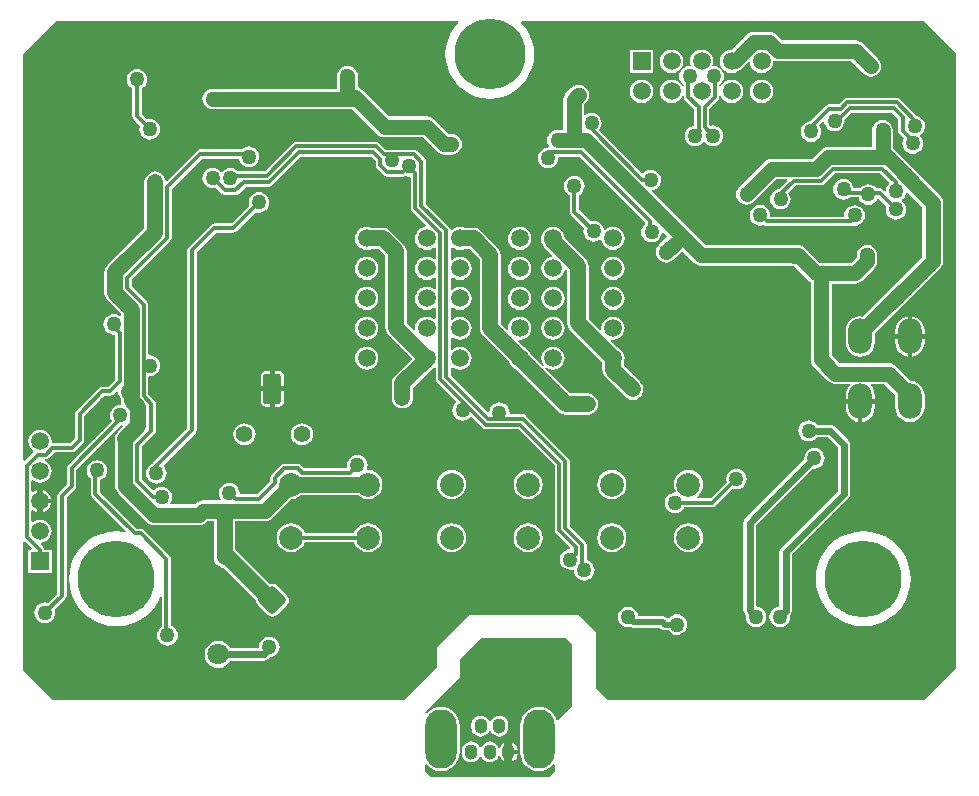
<source format=gbl>
%FSTAX23Y23*%
%MOIN*%
%SFA1B1*%

%IPPOS*%
%AMD64*
4,1,8,-0.007500,0.042600,-0.042600,0.007500,-0.042600,-0.007500,-0.007500,-0.042600,0.007500,-0.042600,0.042600,-0.007500,0.042600,0.007500,0.007500,0.042600,-0.007500,0.042600,0.0*
1,1,0.021260,0.000000,0.035100*
1,1,0.021260,-0.035100,0.000000*
1,1,0.021260,0.000000,-0.035100*
1,1,0.021260,0.035100,0.000000*
%
%AMD69*
4,1,8,0.021000,0.050000,-0.021000,0.050000,-0.030000,0.041000,-0.030000,-0.041000,-0.021000,-0.050000,0.021000,-0.050000,0.030000,-0.041000,0.030000,0.041000,0.021000,0.050000,0.0*
1,1,0.018000,0.021000,0.041000*
1,1,0.018000,-0.021000,0.041000*
1,1,0.018000,-0.021000,-0.041000*
1,1,0.018000,0.021000,-0.041000*
%
%ADD37C,0.012000*%
%ADD38C,0.022000*%
%ADD39C,0.050000*%
%ADD41C,0.020000*%
%ADD42C,0.025000*%
%ADD48C,0.052000*%
%ADD56O,0.043310X0.051180*%
%ADD57O,0.104330X0.196850*%
%ADD58C,0.078740*%
%ADD59C,0.059060*%
%ADD60O,0.078740X0.118110*%
%ADD61R,0.059060X0.059060*%
%ADD62C,0.055120*%
%ADD63R,0.059060X0.059060*%
G04~CAMADD=64~8~0.0~0.0~708.7~708.7~106.3~0.0~15~0.0~0.0~0.0~0.0~0~0.0~0.0~0.0~0.0~0~0.0~0.0~0.0~45.0~914.0~913.0*
%ADD64D64*%
%ADD65C,0.070870*%
%ADD66C,0.255900*%
%ADD67C,0.236220*%
%ADD68C,0.050000*%
G04~CAMADD=69~8~0.0~0.0~600.0~1000.0~90.0~0.0~15~0.0~0.0~0.0~0.0~0~0.0~0.0~0.0~0.0~0~0.0~0.0~0.0~0.0~600.0~1000.0*
%ADD69D69*%
%LNunisolder52_front-1*%
%LPD*%
G36*
X01555Y00875D02*
Y-01171D01*
X01446Y-01279*
X00393*
X00354Y-0124*
Y-01053*
X00295Y-00994*
X-00068*
X-00177Y-01102*
Y-01171*
X-00285Y-01279*
X-01456*
X-01555Y-01181*
Y-00752*
X-0155Y-0075*
X-01527Y-00772*
X-01529Y-00777*
X-01538*
Y-00854*
X-01461*
Y-00777*
X-01485*
X-01485Y-00773*
X-01489Y-00768*
X-01497Y-00759*
X-01495Y-00754*
X-01489Y-00753*
X-0148Y-00749*
X-01472Y-00743*
X-01466Y-00735*
X-01462Y-00726*
X-01461Y-00716*
X-01462Y-00705*
X-01466Y-00696*
X-01472Y-00688*
X-0148Y-00682*
X-01489Y-00678*
X-015Y-00677*
X-0151Y-00678*
X-01519Y-00682*
X-01524Y-00686*
X-01529Y-00683*
Y-00648*
X-01524Y-00645*
X-01519Y-00649*
X-0151Y-00653*
X-01507Y-00653*
Y-00616*
Y-00578*
X-0151Y-00578*
X-01519Y-00582*
X-01524Y-00586*
X-01529Y-00583*
Y-00548*
X-01524Y-00545*
X-01519Y-00549*
X-0151Y-00553*
X-015Y-00554*
X-01489Y-00553*
X-0148Y-00549*
X-01472Y-00543*
X-01466Y-00535*
X-01462Y-00526*
X-01461Y-00516*
X-01462Y-00505*
X-01466Y-00496*
X-01472Y-00488*
X-0148Y-00482*
X-01484Y-0048*
X-01483Y-00475*
X-01481*
X-01475Y-00474*
X-0147Y-00471*
X-01451Y-00452*
X-01393*
X-01387Y-00451*
X-01382Y-00447*
X-01357Y-00422*
X-01353Y-00417*
X-01352Y-00411*
Y-00331*
X-01286Y-00264*
X-01267*
X-01261Y-00263*
X-01256Y-0026*
X-01243Y-00247*
X-01239Y-0025*
X-01239Y-00251*
X-01238Y-00259*
X-01234Y-00268*
X-01229Y-00275*
Y-00281*
X-01228Y-0029*
X-01228Y-00291*
X-01231Y-00294*
X-01232Y-00294*
X-0124Y-00295*
X-01249Y-00299*
X-01256Y-00304*
X-01261Y-00311*
X-01265Y-0032*
X-01266Y-00329*
X-01265Y-00337*
X-01261Y-00346*
X-01259Y-00348*
X-01404Y-00494*
X-01408Y-00499*
X-01409Y-00505*
Y-00558*
X-01437Y-00587*
X-01441Y-00592*
X-01442Y-00598*
Y-00924*
X-01473Y-00955*
X-01475Y-00954*
X-01484Y-00953*
X-01492Y-00954*
X-01501Y-00958*
X-01508Y-00963*
X-01513Y-0097*
X-01517Y-00979*
X-01518Y-00988*
X-01517Y-00996*
X-01513Y-01005*
X-01508Y-01012*
X-01501Y-01017*
X-01492Y-01021*
X-01484Y-01022*
X-01475Y-01021*
X-01466Y-01017*
X-01459Y-01012*
X-01454Y-01005*
X-0145Y-00996*
X-01449Y-00988*
X-0145Y-00979*
X-01451Y-00977*
X-01416Y-00941*
X-01412Y-00936*
X-01411Y-00931*
Y-00604*
X-01383Y-00575*
X-01379Y-0057*
X-01378Y-00565*
Y-00511*
X-0123Y-00363*
X-01225Y-00362*
X-01223Y-00367*
X-01223Y-00367*
X-01226Y-00369*
X-01228Y-00372*
X-01239Y-00384*
X-01245Y-00391*
X-01249Y-00399*
X-0125Y-00409*
X-01249Y-00416*
Y-00565*
X-01248Y-00573*
X-01244Y-00582*
X-01239Y-00589*
X-01143Y-00685*
X-01136Y-0069*
X-01127Y-00694*
X-01119Y-00695*
X-00972*
X-0097Y-00695*
X-00961Y-00694*
X-00961Y-00694*
X-0096Y-00694*
X-00952Y-0069*
X-00945Y-00685*
X-00942Y-00682*
X-0092*
Y-00803*
X-00918Y-00812*
X-00915Y-0082*
X-00909Y-00828*
X-00902Y-00833*
X-00893Y-00837*
X-00888Y-00838*
X-0078Y-00945*
X-0078Y-00945*
X-00778Y-00953*
X-00774Y-0096*
X-00739Y-00995*
X-00732Y-00999*
X-00725Y-01001*
X-00717Y-00999*
X-00711Y-00995*
X-00676Y-0096*
X-00671Y-00953*
X-0067Y-00945*
X-00671Y-00938*
X-00676Y-00931*
X-00711Y-00896*
X-00717Y-00892*
X-00725Y-0089*
X-00732Y-00892*
X-00733Y-00892*
X-00848Y-00778*
X-00849Y-00777*
Y-00682*
X-00751*
X-00742Y-00681*
X-00734Y-00677*
X-00727Y-00672*
X-00664Y-00609*
X-00662Y-00609*
X-0065Y-00607*
X-00638Y-00602*
X-00629Y-00595*
X-0044*
X-00431Y-00602*
X-00419Y-00607*
X-00407Y-00609*
X-00394Y-00607*
X-00382Y-00602*
X-00372Y-00594*
X-00364Y-00584*
X-00359Y-00573*
X-00358Y-0056*
X-00359Y-00547*
X-00364Y-00536*
X-00372Y-00525*
X-00382Y-00518*
X-00394Y-00513*
X-00406Y-00511*
X-00407Y-00511*
X-0041Y-00507*
X-00408Y-00503*
X-00407Y-00495*
X-00408Y-00486*
X-00412Y-00477*
X-00417Y-0047*
X-00424Y-00465*
X-00433Y-00461*
X-00442Y-0046*
X-0045Y-00461*
X-00459Y-00465*
X-00466Y-0047*
X-00471Y-00477*
X-00475Y-00486*
X-00476Y-00495*
X-00475Y-005*
X-00479Y-00505*
X-00619*
X-00629Y-00495*
X-00634Y-00491*
X-0064Y-0049*
X-00685*
X-00691Y-00491*
X-00696Y-00495*
X-00728Y-00527*
X-00731Y-00532*
X-00732Y-00537*
Y-0055*
X-00775Y-00593*
X-00831*
X-00834Y-00589*
X-00834Y-00589*
X-00835Y-0058*
X-00839Y-00571*
X-00844Y-00564*
X-00851Y-00559*
X-0086Y-00555*
X-00869Y-00554*
X-00877Y-00555*
X-00886Y-00559*
X-00893Y-00564*
X-00898Y-00571*
X-00902Y-0058*
X-00903Y-00589*
X-00902Y-00597*
X-00898Y-00606*
X-00896Y-00608*
X-00899Y-00613*
X-00956*
X-00965Y-00614*
X-00973Y-00618*
X-0098Y-00623*
X-00983Y-00626*
X-01063*
X-01066Y-00621*
X-01064Y-00619*
X-0106Y-0061*
X-01059Y-00602*
X-0106Y-00593*
X-01064Y-00584*
X-01069Y-00577*
X-01076Y-00572*
X-01085Y-00568*
X-01094Y-00567*
X-01102Y-00568*
X-01111Y-00572*
X-01118Y-00577*
X-01119Y-00578*
X-01124Y-00579*
X-01159Y-00543*
Y-00433*
X-01118Y-00391*
X-01114Y-00386*
X-01113Y-00381*
Y-0029*
X-01114Y-00284*
X-01118Y-00279*
X-01138Y-00258*
Y-00201*
X-01134Y-00198*
X-01133Y-00198*
X-01124Y-00197*
X-01115Y-00193*
X-01108Y-00188*
X-01103Y-00181*
X-01099Y-00172*
X-01098Y-00164*
X-01099Y-00155*
X-01103Y-00146*
X-01108Y-00139*
X-01115Y-00134*
X-01124Y-0013*
X-01133Y-00129*
X-01134Y-00129*
X-01138Y-00126*
Y00039*
X-01139Y00045*
X-01143Y0005*
X-01194Y00101*
Y00124*
X-01066Y00252*
X-01062Y00257*
X-01061Y00263*
Y00425*
X-0096Y00526*
X-00837*
X-00837Y00524*
X-00833Y00515*
X-00828Y00508*
X-00821Y00503*
X-00812Y00499*
X-00803Y00498*
X-00795Y00499*
X-00786Y00503*
X-00779Y00508*
X-00774Y00515*
X-0077Y00524*
X-00769Y00533*
X-0077Y00541*
X-00774Y0055*
X-00779Y00557*
X-00786Y00562*
X-00795Y00566*
X-00803Y00567*
X-00812Y00566*
X-00821Y00562*
X-00828Y00557*
Y00557*
X-00967*
X-00972Y00556*
X-00977Y00552*
X-01077Y00453*
X-01082Y00454*
X-01082Y00458*
X-01086Y00466*
X-01091Y00473*
X-01099Y00479*
X-01107Y00482*
X-01116Y00484*
X-01125Y00482*
X-01134Y00479*
X-01141Y00473*
X-01147Y00466*
X-0115Y00458*
X-01152Y00448*
Y00294*
X-01274Y00171*
X-0128Y00164*
X-01284Y00156*
X-01285Y00147*
Y00079*
X-01284Y00069*
X-0128Y00061*
X-01274Y00054*
X-01229Y00008*
X-0123Y00003*
X-01234Y00001*
X-01236Y00003*
X-01245Y00007*
X-01254Y00008*
X-01262Y00007*
X-01271Y00003*
X-01278Y-00001*
X-01283Y-00008*
X-01287Y-00017*
X-01288Y-00026*
X-01287Y-00034*
X-01283Y-00043*
X-01278Y-0005*
X-01271Y-00055*
X-01262Y-00059*
X-01254Y-0006*
X-01253Y-0006*
X-01249Y-00063*
Y-0021*
X-01273Y-00234*
X-01292*
X-01298Y-00235*
X-01303Y-00238*
X-01378Y-00314*
X-01382Y-00319*
X-01383Y-00324*
Y-00405*
X-01399Y-00421*
X-01456*
X-01461Y-00418*
X-01461Y-00416*
X-01462Y-00405*
X-01466Y-00396*
X-01472Y-00388*
X-0148Y-00382*
X-01489Y-00378*
X-015Y-00377*
X-0151Y-00378*
X-01519Y-00382*
X-01527Y-00388*
X-01533Y-00396*
X-01537Y-00405*
X-01538Y-00416*
X-01537Y-00426*
X-01533Y-00435*
X-01527Y-00443*
X-01522Y-00447*
X-01522Y-00453*
X-0155Y-00481*
X-01555Y-00479*
Y00875*
X-01446Y00984*
X-00106*
X-00105Y00979*
X-0012Y00962*
X-00132Y00942*
X-00141Y0092*
X-00146Y00898*
X-00148Y00875*
X-00146Y00851*
X-00141Y00829*
X-00132Y00807*
X-0012Y00787*
X-00105Y00769*
X-00087Y00754*
X-00067Y00742*
X-00045Y00733*
X-00023Y00728*
X0Y00726*
X00023Y00728*
X00045Y00733*
X00067Y00742*
X00087Y00754*
X00105Y00769*
X0012Y00787*
X00132Y00807*
X00141Y00829*
X00146Y00851*
X00148Y00875*
X00146Y00898*
X00141Y0092*
X00132Y00942*
X0012Y00962*
X00105Y00979*
X00106Y00984*
X01446*
X01555Y00875*
G37*
G36*
X00275Y-01092D02*
Y-01299D01*
X00227Y-01346*
X00222Y-01345*
X0022Y-01338*
X00214Y-01328*
X00206Y-01318*
X00197Y-01311*
X00186Y-01305*
X00175Y-01301*
X00163Y-013*
X00151Y-01301*
X00139Y-01305*
X00129Y-01311*
X00119Y-01318*
X00112Y-01328*
X00106Y-01338*
X00103Y-0135*
X00101Y-01362*
Y-01454*
X00103Y-01466*
X00106Y-01478*
X00112Y-01488*
X00119Y-01498*
X00129Y-01505*
X00139Y-01511*
X00151Y-01515*
X00163Y-01516*
X00175Y-01515*
X00186Y-01511*
X00197Y-01505*
X00206Y-01498*
X00211Y-01492*
X00216Y-01494*
Y-01515*
X00196Y-01535*
X-00196*
X-00216Y-01515*
Y-01494*
X-00211Y-01492*
X-00206Y-01498*
X-00197Y-01505*
X-00186Y-01511*
X-00175Y-01515*
X-00163Y-01516*
X-00151Y-01515*
X-00139Y-01511*
X-00129Y-01505*
X-00119Y-01498*
X-00112Y-01488*
X-00106Y-01478*
X-00103Y-01466*
X-00101Y-01454*
Y-01362*
X-00103Y-0135*
X-00106Y-01338*
X-00112Y-01328*
X-00119Y-01318*
X-00129Y-01311*
X-00139Y-01305*
X-00151Y-01301*
X-00163Y-013*
X-00175Y-01301*
X-00186Y-01305*
X-00197Y-01311*
X-00206Y-01318*
X-00209Y-01322*
X-00215Y-01321*
X-00215Y-01318*
X-00098Y-012*
Y-01141*
X-00029Y-01072*
X00255*
X00275Y-01092*
G37*
%LNunisolder52_front-2*%
%LPC*%
G36*
X00822Y-00507D02*
X00813Y-00508D01*
X00805Y-00511*
X00798Y-00517*
X00792Y-00524*
X00789Y-00532*
X00788Y-00541*
X00789Y-0055*
X00789Y-00552*
X00736Y-00605*
X00691*
X00689Y-006*
X00697Y-00594*
X00705Y-00584*
X0071Y-00573*
X00711Y-0056*
X0071Y-00547*
X00705Y-00536*
X00697Y-00525*
X00687Y-00518*
X00675Y-00513*
X00662Y-00511*
X0065Y-00513*
X00638Y-00518*
X00628Y-00525*
X0062Y-00536*
X00615Y-00547*
X00614Y-0056*
X00615Y-00573*
X00619Y-00581*
X00619Y-00583*
X00616Y-00586*
X00609Y-00587*
X006Y-00591*
X00593Y-00596*
X00588Y-00603*
X00584Y-00612*
X00583Y-00621*
X00584Y-00629*
X00588Y-00638*
X00593Y-00645*
X006Y-0065*
X00609Y-00654*
X00618Y-00655*
X00626Y-00654*
X00635Y-0065*
X00642Y-00645*
X00647Y-00638*
X00648Y-00636*
X00742*
X00748Y-00635*
X00753Y-00631*
X00811Y-00573*
X00813Y-00574*
X00822Y-00575*
X00831Y-00574*
X00839Y-00571*
X00846Y-00565*
X00852Y-00558*
X00855Y-0055*
X00856Y-00541*
X00855Y-00532*
X00852Y-00524*
X00846Y-00517*
X00839Y-00511*
X00831Y-00508*
X00822Y-00507*
G37*
G36*
X01082Y-00438D02*
X01073Y-00439D01*
X01065Y-00443*
X01058Y-00448*
X01053Y-00455*
X01049Y-00464*
X01048Y-00473*
X01048Y-00476*
X00851Y-00673*
X00847Y-0068*
X00845Y-00687*
Y-00979*
X00847Y-00986*
X00851Y-00993*
X00854Y-00996*
X00853Y-01001*
X00854Y-0101*
X00858Y-01018*
X00863Y-01025*
X0087Y-0103*
X00879Y-01034*
X00888Y-01035*
X00896Y-01034*
X00905Y-0103*
X00912Y-01025*
X00917Y-01018*
X00921Y-0101*
X00922Y-01001*
X00921Y-00992*
X00917Y-00983*
X00912Y-00976*
X00905Y-00971*
X00896Y-00968*
X00888Y-00966*
X00886Y-00965*
Y-00696*
X01076Y-00506*
X01082Y-00507*
X01091Y-00506*
X01099Y-00502*
X01106Y-00497*
X01112Y-0049*
X01115Y-00481*
X01117Y-00473*
X01115Y-00464*
X01112Y-00455*
X01106Y-00448*
X01099Y-00443*
X01091Y-00439*
X01082Y-00438*
G37*
G36*
X-00818Y-00356D02*
X-00828Y-00357D01*
X-00837Y-00361*
X-00844Y-00366*
X-0085Y-00374*
X-00854Y-00383*
X-00855Y-00393*
X-00854Y-00402*
X-0085Y-00411*
X-00844Y-00419*
X-00837Y-00424*
X-00828Y-00428*
X-00818Y-00429*
X-00809Y-00428*
X-008Y-00424*
X-00792Y-00419*
X-00786Y-00411*
X-00783Y-00402*
X-00781Y-00393*
X-00783Y-00383*
X-00786Y-00374*
X-00792Y-00366*
X-008Y-00361*
X-00809Y-00357*
X-00818Y-00356*
G37*
G36*
X-00127Y-00511D02*
X-0014Y-00513D01*
X-00152Y-00518*
X-00162Y-00525*
X-0017Y-00536*
X-00175Y-00547*
X-00176Y-0056*
X-00175Y-00573*
X-0017Y-00584*
X-00162Y-00594*
X-00152Y-00602*
X-0014Y-00607*
X-00127Y-00609*
X-00115Y-00607*
X-00103Y-00602*
X-00093Y-00594*
X-00085Y-00584*
X-0008Y-00573*
X-00079Y-0056*
X-0008Y-00547*
X-00085Y-00536*
X-00093Y-00525*
X-00103Y-00518*
X-00115Y-00513*
X-00127Y-00511*
G37*
G36*
X00407D02*
X00394Y-00513D01*
X00382Y-00518*
X00372Y-00525*
X00364Y-00536*
X00359Y-00547*
X00358Y-0056*
X00359Y-00573*
X00364Y-00584*
X00372Y-00594*
X00382Y-00602*
X00394Y-00607*
X00407Y-00609*
X00419Y-00607*
X00431Y-00602*
X00441Y-00594*
X00449Y-00584*
X00454Y-00573*
X00455Y-0056*
X00454Y-00547*
X00449Y-00536*
X00441Y-00525*
X00431Y-00518*
X00419Y-00513*
X00407Y-00511*
G37*
G36*
X-01492Y-00578D02*
Y-00608D01*
X-01462*
X-01462Y-00605*
X-01466Y-00596*
X-01472Y-00588*
X-0148Y-00582*
X-01489Y-00578*
X-01492Y-00578*
G37*
G36*
X00127Y-00511D02*
X00115Y-00513D01*
X00103Y-00518*
X00093Y-00525*
X00085Y-00536*
X0008Y-00547*
X00079Y-0056*
X0008Y-00573*
X00085Y-00584*
X00093Y-00594*
X00103Y-00602*
X00115Y-00607*
X00127Y-00609*
X0014Y-00607*
X00152Y-00602*
X00162Y-00594*
X0017Y-00584*
X00175Y-00573*
X00176Y-0056*
X00175Y-00547*
X0017Y-00536*
X00162Y-00525*
X00152Y-00518*
X0014Y-00513*
X00127Y-00511*
G37*
G36*
X-00732Y-00248D02*
X-00764D01*
Y-00282*
X-00762Y-00289*
X-00758Y-00294*
X-00753Y-00298*
X-00746Y-003*
X-00732*
Y-00248*
G37*
G36*
X-00685D02*
X-00717D01*
Y-003*
X-00704*
X-00696Y-00298*
X-00691Y-00294*
X-00687Y-00289*
X-00685Y-00282*
Y-00248*
G37*
G36*
X-00732Y-00181D02*
X-00746D01*
X-00753Y-00183*
X-00758Y-00187*
X-00762Y-00192*
X-00764Y-002*
Y-00233*
X-00732*
Y-00181*
G37*
G36*
X01284Y-0029D02*
X01242D01*
Y-0035*
X01247Y-0035*
X01259Y-00345*
X01269Y-00337*
X01277Y-00327*
X01282Y-00315*
X01284Y-00302*
Y-0029*
G37*
G36*
X-00626Y-00356D02*
X-00636Y-00357D01*
X-00644Y-00361*
X-00652Y-00366*
X-00658Y-00374*
X-00662Y-00383*
X-00663Y-00393*
X-00662Y-00402*
X-00658Y-00411*
X-00652Y-00419*
X-00644Y-00424*
X-00636Y-00428*
X-00626Y-00429*
X-00616Y-00428*
X-00608Y-00424*
X-006Y-00419*
X-00594Y-00411*
X-0059Y-00402*
X-00589Y-00393*
X-0059Y-00383*
X-00594Y-00374*
X-006Y-00366*
X-00608Y-00361*
X-00616Y-00357*
X-00626Y-00356*
G37*
G36*
X00297Y00773D02*
X00295D01*
X00286Y00772*
X00277Y00768*
X0027Y00763*
X00255Y00747*
X00249Y0074*
X00246Y00732*
X00245Y00723*
Y00622*
X00226*
X00217Y00621*
X00208Y00617*
X00201Y00612*
X00196Y00605*
X00192Y00596*
X00191Y00588*
X00192Y00579*
X00196Y0057*
X00198Y00568*
X00195Y00563*
X00194*
X00193*
X00185Y00562*
X00176Y00558*
X00169Y00553*
X00164Y00546*
X0016Y00537*
X00159Y00529*
X0016Y0052*
X00164Y00511*
X00169Y00504*
X00176Y00499*
X00185Y00495*
X00194Y00494*
X00202Y00495*
X00211Y00499*
X00218Y00504*
X00223Y00511*
X00227Y0052*
X00228Y00529*
X00231Y00532*
X00299*
X00517Y00314*
Y00308*
X00514Y00306*
X00509Y00299*
X00505Y0029*
X00504Y00282*
X00505Y00273*
X00509Y00264*
X00514Y00257*
X00521Y00252*
X0053Y00248*
X00539Y00247*
X00547Y00248*
X00556Y00252*
X00563Y00257*
X00568Y00264*
X00572Y00273*
X00573Y0028*
X00577Y00282*
X00592Y00268*
X00563Y00239*
X00558Y00232*
X00554Y00223*
X00553Y00215*
X00554Y00206*
X00558Y00197*
X00563Y0019*
X0057Y00185*
X00579Y00181*
X00588Y0018*
X00596Y00181*
X00605Y00185*
X00612Y0019*
X00641Y00219*
X00679Y0018*
X00686Y00175*
X00695Y00171*
X00704Y0017*
X01003*
X01005Y00169*
X01014Y00168*
X01014Y00168*
X01062Y0012*
X01069Y00115*
X0107Y00114*
Y-00143*
X01071Y-00152*
X01075Y-0016*
X0108Y-00167*
X01127Y-00214*
X01134Y-00219*
X01142Y-00223*
X01151Y-00224*
X01199*
X012Y-00227*
X012Y-00229*
X01193Y-00239*
X01188Y-0025*
X01186Y-00263*
Y-00275*
X01284*
Y-00263*
X01282Y-0025*
X01277Y-00239*
X01269Y-00229*
X0127Y-00227*
X01271Y-00224*
X01314*
X01352Y-00261*
X01351Y-00263*
Y-00302*
X01353Y-00315*
X01358Y-00327*
X01366Y-00337*
X01376Y-00345*
X01388Y-0035*
X014Y-00351*
X01413Y-0035*
X01425Y-00345*
X01435Y-00337*
X01442Y-00327*
X01447Y-00315*
X01449Y-00302*
Y-00263*
X01447Y-0025*
X01442Y-00239*
X01435Y-00229*
X01425Y-00221*
X01413Y-00216*
X01402Y-00215*
X01353Y-00165*
X01346Y-0016*
X01337Y-00156*
X01329Y-00155*
X01165*
X01139Y-00129*
Y0011*
X01218*
X01227Y00111*
X01235Y00115*
X01242Y0012*
X01282Y0016*
X01287Y00167*
X01291Y00175*
X01292Y00184*
Y00205*
X01291Y00213*
X01287Y00222*
X01282Y00229*
X01275Y00234*
X01266Y00238*
X01258Y00239*
X01249Y00238*
X0124Y00234*
X01233Y00229*
X01228Y00222*
X01224Y00213*
X01223Y00205*
Y00198*
X01204Y00179*
X01105*
X01101Y00178*
X01051Y00229*
X01044Y00234*
X01035Y00238*
X01027Y00239*
X00718*
X0054Y00417*
X00542Y00422*
X00545Y00422*
X00554Y00426*
X00561Y00431*
X00566Y00438*
X0057Y00447*
X00571Y00456*
X0057Y00464*
X00566Y00473*
X00561Y0048*
X00554Y00485*
X00545Y00489*
X00537Y0049*
X00528Y00489*
X00519Y00485*
X00512Y0048*
X00511Y00479*
X00506Y00478*
X00364Y00621*
X00368Y00627*
X00372Y00636*
X00373Y00645*
X00372Y00653*
X00368Y00662*
X00363Y00669*
X00356Y00674*
X00347Y00678*
X00339Y00679*
X0033Y00678*
X00321Y00674*
X00318Y00672*
X00313Y00674*
Y00709*
X00314Y00709*
X00321Y00714*
X00326Y00721*
X0033Y0073*
X00331Y00739*
X0033Y00747*
X00326Y00756*
X00321Y00763*
X00314Y00768*
X00305Y00772*
X00297Y00773*
G37*
G36*
X01227Y-0029D02*
X01186D01*
Y-00302*
X01188Y-00315*
X01193Y-00327*
X012Y-00337*
X0121Y-00345*
X01222Y-0035*
X01227Y-0035*
Y-0029*
G37*
G36*
X-01462Y-00623D02*
X-01492D01*
Y-00653*
X-01489Y-00653*
X-0148Y-00649*
X-01472Y-00643*
X-01466Y-00635*
X-01462Y-00626*
X-01462Y-00623*
G37*
G36*
X-00736Y-01068D02*
X-00745Y-01069D01*
X-00753Y-01072*
X-0076Y-01078*
X-00765Y-01085*
X-00769Y-01093*
X-0077Y-01102*
X-0077Y-01102*
X-00773Y-01106*
X-00866*
X-00867Y-01104*
X-00874Y-01095*
X-00883Y-01088*
X-00894Y-01083*
X-00906Y-01082*
X-00917Y-01083*
X-00928Y-01088*
X-00937Y-01095*
X-00945Y-01104*
X-00949Y-01115*
X-00951Y-01126*
X-00949Y-01138*
X-00945Y-01149*
X-00937Y-01158*
X-00928Y-01165*
X-00917Y-0117*
X-00906Y-01171*
X-00894Y-0117*
X-00883Y-01165*
X-00874Y-01158*
X-00867Y-01149*
X-00866Y-01147*
X-00753*
X-00746Y-01145*
X-00739Y-01141*
X-00734Y-01136*
X-00727Y-01135*
X-00719Y-01132*
X-00711Y-01126*
X-00706Y-01119*
X-00703Y-01111*
X-00701Y-01102*
X-00703Y-01093*
X-00706Y-01085*
X-00711Y-01078*
X-00719Y-01072*
X-00727Y-01069*
X-00736Y-01068*
G37*
G36*
X00461Y-00967D02*
X00452Y-00968D01*
X00443Y-00972*
X00436Y-00977*
X00431Y-00984*
X00427Y-00993*
X00426Y-01002*
X00427Y-0101*
X00431Y-01019*
X00436Y-01026*
X00443Y-01031*
X00452Y-01035*
X00461Y-01036*
X00468Y-01035*
X0047Y-01036*
X00478Y-01038*
X00568*
X00571Y-0104*
X00577Y-01044*
X00585Y-01046*
X00596*
X00599Y-01051*
X00606Y-01056*
X00615Y-0106*
X00624Y-01061*
X00632Y-0106*
X00641Y-01056*
X00648Y-01051*
X00653Y-01044*
X00657Y-01035*
X00658Y-01027*
X00657Y-01018*
X00653Y-01009*
X00648Y-01002*
X00641Y-00997*
X00632Y-00993*
X00624Y-00992*
X00615Y-00993*
X00606Y-00997*
X00599Y-01002*
X00597Y-01005*
X00591Y-01006*
X0059Y-01005*
X00584Y-01001*
X00577Y-00999*
X00494*
X00494Y-00993*
X0049Y-00984*
X00485Y-00977*
X00478Y-00972*
X00469Y-00968*
X00461Y-00967*
G37*
G36*
X01063Y-00346D02*
X01054Y-00347D01*
X01045Y-00351*
X01038Y-00356*
X01033Y-00363*
X01029Y-00372*
X01028Y-0038*
X01029Y-00389*
X01033Y-00398*
X01038Y-00405*
X01045Y-0041*
X01054Y-00414*
X01063Y-00415*
X01071Y-00414*
X0108Y-0041*
X01087Y-00405*
X0109Y-00401*
X01126*
X0116Y-00435*
Y-00582*
X00971Y-00771*
X00967Y-00777*
X00965Y-00785*
Y-00968*
X00958Y-00969*
X00949Y-00972*
X00942Y-00978*
X00937Y-00985*
X00933Y-00993*
X00932Y-01002*
X00933Y-01011*
X00937Y-01019*
X00942Y-01026*
X00949Y-01032*
X00958Y-01035*
X00967Y-01036*
X00975Y-01035*
X00984Y-01032*
X00991Y-01026*
X00996Y-01019*
X01Y-01011*
X01001Y-01002*
X01Y-00997*
X01004Y-00991*
X01006Y-00983*
Y-00794*
X01195Y-00604*
X01199Y-00598*
X01201Y-0059*
Y-00427*
X01199Y-00419*
X01195Y-00412*
X01149Y-00366*
X01142Y-00362*
X01134Y-0036*
X0109*
X01087Y-00356*
X0108Y-00351*
X01071Y-00347*
X01063Y-00346*
G37*
G36*
X00031Y-0133D02*
X00023Y-01331D01*
X00016Y-01334*
X00009Y-01339*
X00004Y-01345*
X00002Y-0135*
X-00002*
X-00004Y-01345*
X-00009Y-01339*
X-00016Y-01334*
X-00023Y-01331*
X-00031Y-0133*
X-00039Y-01331*
X-00046Y-01334*
X-00053Y-01339*
X-00058Y-01345*
X-00061Y-01353*
X-00062Y-01361*
Y-01369*
X-00061Y-01377*
X-00058Y-01384*
X-00053Y-0139*
X-00046Y-01395*
X-00039Y-01398*
X-00031Y-014*
X-00023Y-01398*
X-00016Y-01395*
X-00009Y-0139*
X-00004Y-01384*
X-00002Y-01379*
X00002*
X00004Y-01384*
X00009Y-0139*
X00016Y-01395*
X00023Y-01398*
X00031Y-014*
X00039Y-01398*
X00046Y-01395*
X00053Y-0139*
X00058Y-01384*
X00061Y-01377*
X00062Y-01369*
Y-01361*
X00061Y-01353*
X00058Y-01345*
X00053Y-01339*
X00046Y-01334*
X00039Y-01331*
X00031Y-0133*
G37*
G36*
X00093Y-01459D02*
X0007D01*
Y-01485*
X0007Y-01485*
X00078Y-01482*
X00084Y-01477*
X00089Y-01471*
X00092Y-01463*
X00093Y-01459*
G37*
G36*
X0007Y-01417D02*
Y-01444D01*
X00093*
X00092Y-01439*
X00089Y-01432*
X00084Y-01425*
X00078Y-01421*
X0007Y-01417*
X0007Y-01417*
G37*
G36*
X0Y-01416D02*
X-00008Y-01417D01*
X-00015Y-01421*
X-00021Y-01425*
X-00026Y-01432*
X-00028Y-01437*
X-00034*
X-00036Y-01432*
X-00041Y-01425*
X-00047Y-01421*
X-00054Y-01417*
X-00062Y-01416*
X-0007Y-01417*
X-00078Y-01421*
X-00084Y-01425*
X-00089Y-01432*
X-00092Y-01439*
X-00093Y-01447*
Y-01455*
X-00092Y-01463*
X-00089Y-01471*
X-00084Y-01477*
X-00078Y-01482*
X-0007Y-01485*
X-00062Y-01486*
X-00054Y-01485*
X-00047Y-01482*
X-00041Y-01477*
X-00036Y-01471*
X-00034Y-01466*
X-00028*
X-00026Y-01471*
X-00021Y-01477*
X-00015Y-01482*
X-00008Y-01485*
X0Y-01486*
X00008Y-01485*
X00015Y-01482*
X00021Y-01477*
X00026Y-01471*
X00028Y-01466*
X00034*
X00036Y-01471*
X00041Y-01477*
X00047Y-01482*
X00054Y-01485*
X00055Y-01485*
Y-01451*
Y-01417*
X00054Y-01417*
X00047Y-01421*
X00041Y-01425*
X00036Y-01432*
X00034Y-01437*
X00028*
X00026Y-01432*
X00021Y-01425*
X00015Y-01421*
X00008Y-01417*
X0Y-01416*
G37*
G36*
X00662Y-00688D02*
X0065Y-0069D01*
X00638Y-00695*
X00628Y-00703*
X0062Y-00713*
X00615Y-00724*
X00614Y-00737*
X00615Y-0075*
X0062Y-00761*
X00628Y-00772*
X00638Y-00779*
X0065Y-00784*
X00662Y-00786*
X00675Y-00784*
X00687Y-00779*
X00697Y-00772*
X00705Y-00761*
X0071Y-0075*
X00711Y-00737*
X0071Y-00724*
X00705Y-00713*
X00697Y-00703*
X00687Y-00695*
X00675Y-0069*
X00662Y-00688*
G37*
G36*
X-00407D02*
X-00419Y-0069D01*
X-00431Y-00695*
X-00441Y-00703*
X-00449Y-00713*
X-00453Y-00722*
X-00616*
X-0062Y-00713*
X-00628Y-00703*
X-00638Y-00695*
X-0065Y-0069*
X-00662Y-00688*
X-00675Y-0069*
X-00687Y-00695*
X-00697Y-00703*
X-00705Y-00713*
X-0071Y-00724*
X-00711Y-00737*
X-0071Y-0075*
X-00705Y-00761*
X-00697Y-00772*
X-00687Y-00779*
X-00675Y-00784*
X-00662Y-00786*
X-0065Y-00784*
X-00638Y-00779*
X-00628Y-00772*
X-0062Y-00761*
X-00616Y-00752*
X-00453*
X-00449Y-00761*
X-00441Y-00772*
X-00431Y-00779*
X-00419Y-00784*
X-00407Y-00786*
X-00394Y-00784*
X-00382Y-00779*
X-00372Y-00772*
X-00364Y-00761*
X-00359Y-0075*
X-00358Y-00737*
X-00359Y-00724*
X-00364Y-00713*
X-00372Y-00703*
X-00382Y-00695*
X-00394Y-0069*
X-00407Y-00688*
G37*
G36*
X-0131Y-00478D02*
X-01319Y-0048D01*
X-01327Y-00483*
X-01334Y-00488*
X-01339Y-00496*
X-01343Y-00504*
X-01344Y-00513*
X-01343Y-00522*
X-01339Y-0053*
X-01334Y-00537*
X-01331Y-00539*
Y-00591*
X-0133Y-00596*
X-01326Y-00601*
X-01213Y-00715*
X-01215Y-00719*
X-0122Y-00718*
X-01245Y-00716*
X-01269Y-00718*
X-01293Y-00724*
X-01316Y-00733*
X-01338Y-00746*
X-01357Y-00762*
X-01373Y-00781*
X-01386Y-00803*
X-01395Y-00826*
X-01401Y-0085*
X-01403Y-00875*
X-01401Y-00899*
X-01395Y-00923*
X-01386Y-00946*
X-01373Y-00968*
X-01357Y-00987*
X-01338Y-01003*
X-01316Y-01016*
X-01293Y-01025*
X-01269Y-01031*
X-01245Y-01033*
X-0122Y-01031*
X-01196Y-01025*
X-01173Y-01016*
X-01151Y-01003*
X-01132Y-00987*
X-01116Y-00968*
X-01103Y-00946*
X-01099Y-00935*
X-01094Y-00936*
Y-01034*
X-01099Y-01038*
X-01104Y-01045*
X-01108Y-01054*
X-01109Y-01063*
X-01108Y-01071*
X-01104Y-0108*
X-01099Y-01087*
X-01092Y-01092*
X-01083Y-01096*
X-01075Y-01097*
X-01066Y-01096*
X-01057Y-01092*
X-0105Y-01087*
X-01045Y-0108*
X-01041Y-01071*
X-0104Y-01063*
X-01041Y-01054*
X-01045Y-01045*
X-0105Y-01038*
X-01057Y-01033*
X-01063Y-0103*
Y-00808*
X-01064Y-00802*
X-01068Y-00797*
X-01153Y-00712*
X-01158Y-00708*
X-01164Y-00707*
X-01177*
X-013Y-00584*
Y-00546*
X-01292Y-00542*
X-01285Y-00537*
X-0128Y-0053*
X-01277Y-00522*
X-01275Y-00513*
X-01277Y-00504*
X-0128Y-00496*
X-01285Y-00488*
X-01292Y-00483*
X-01301Y-0048*
X-0131Y-00478*
G37*
G36*
X00407Y-00688D02*
X00394Y-0069D01*
X00382Y-00695*
X00372Y-00703*
X00364Y-00713*
X00359Y-00724*
X00358Y-00737*
X00359Y-0075*
X00364Y-00761*
X00372Y-00772*
X00382Y-00779*
X00394Y-00784*
X00407Y-00786*
X00419Y-00784*
X00431Y-00779*
X00441Y-00772*
X00449Y-00761*
X00454Y-0075*
X00455Y-00737*
X00454Y-00724*
X00449Y-00713*
X00441Y-00703*
X00431Y-00695*
X00419Y-0069*
X00407Y-00688*
G37*
G36*
X01245Y-00716D02*
X0122Y-00718D01*
X01196Y-00724*
X01173Y-00733*
X01151Y-00746*
X01132Y-00762*
X01116Y-00781*
X01103Y-00803*
X01094Y-00826*
X01088Y-0085*
X01086Y-00875*
X01088Y-00899*
X01094Y-00923*
X01103Y-00946*
X01116Y-00968*
X01132Y-00987*
X01151Y-01003*
X01173Y-01016*
X01196Y-01025*
X0122Y-01031*
X01245Y-01033*
X01269Y-01031*
X01293Y-01025*
X01316Y-01016*
X01338Y-01003*
X01357Y-00987*
X01373Y-00968*
X01386Y-00946*
X01395Y-00923*
X01401Y-00899*
X01403Y-00875*
X01401Y-0085*
X01395Y-00826*
X01386Y-00803*
X01373Y-00781*
X01357Y-00762*
X01338Y-00746*
X01316Y-00733*
X01293Y-00724*
X01269Y-00718*
X01245Y-00716*
G37*
G36*
X-00127Y-00688D02*
X-0014Y-0069D01*
X-00152Y-00695*
X-00162Y-00703*
X-0017Y-00713*
X-00175Y-00724*
X-00176Y-00737*
X-00175Y-0075*
X-0017Y-00761*
X-00162Y-00772*
X-00152Y-00779*
X-0014Y-00784*
X-00127Y-00786*
X-00115Y-00784*
X-00103Y-00779*
X-00093Y-00772*
X-00085Y-00761*
X-0008Y-0075*
X-00079Y-00737*
X-0008Y-00724*
X-00085Y-00713*
X-00093Y-00703*
X-00103Y-00695*
X-00115Y-0069*
X-00127Y-00688*
G37*
G36*
X00127D02*
X00115Y-0069D01*
X00103Y-00695*
X00093Y-00703*
X00085Y-00713*
X0008Y-00724*
X00079Y-00737*
X0008Y-0075*
X00085Y-00761*
X00093Y-00772*
X00103Y-00779*
X00115Y-00784*
X00127Y-00786*
X0014Y-00784*
X00152Y-00779*
X00162Y-00772*
X0017Y-00761*
X00175Y-0075*
X00176Y-00737*
X00175Y-00724*
X0017Y-00713*
X00162Y-00703*
X00152Y-00695*
X0014Y-0069*
X00127Y-00688*
G37*
G36*
X-00704Y-00181D02*
X-00717D01*
Y-00233*
X-00685*
Y-002*
X-00687Y-00192*
X-00691Y-00187*
X-00696Y-00183*
X-00704Y-00181*
G37*
G36*
X-0077Y00415D02*
X-00778Y00414D01*
X-00787Y0041*
X-00794Y00405*
X-00799Y00398*
X-00803Y00389*
X-00804Y00381*
X-00803Y00372*
X-00802Y0037*
X-00861Y00311*
X-00918*
X-00923Y0031*
X-00928Y00306*
X-01003Y00232*
X-01006Y00227*
X-01008Y00221*
Y-00372*
X-01122Y-00487*
X-01126Y-00492*
X-01129Y-00493*
X-01136Y-00498*
X-01141Y-00505*
X-01145Y-00514*
X-01146Y-00523*
X-01145Y-00531*
X-01141Y-0054*
X-01136Y-00547*
X-01129Y-00552*
X-0112Y-00556*
X-01112Y-00557*
X-01103Y-00556*
X-01094Y-00552*
X-01087Y-00547*
X-01082Y-0054*
X-01078Y-00531*
X-01077Y-00523*
X-01078Y-00514*
X-01082Y-00505*
X-01087Y-00498*
X-01087Y-00495*
X-00981Y-00389*
X-00978Y-00384*
X-00977Y-00378*
Y00214*
X-00911Y0028*
X-00855*
X-00849Y00281*
X-00844Y00285*
X-0078Y00348*
X-00778Y00347*
X-0077Y00346*
X-00761Y00347*
X-00752Y00351*
X-00745Y00356*
X-0074Y00363*
X-00736Y00372*
X-00735Y00381*
X-00736Y00389*
X-0074Y00398*
X-00745Y00405*
X-00752Y0041*
X-00761Y00414*
X-0077Y00415*
G37*
G36*
X01309Y00655D02*
X013Y00654D01*
X01291Y0065*
X01284Y00645*
X01279Y00638*
X01275Y00629*
X01274Y00621*
Y00565*
X01127*
X01119Y00564*
X0111Y00561*
X01103Y00555*
X01074Y00526*
X0094*
X00931Y00525*
X00922Y00521*
X00915Y00516*
X00831Y00432*
X00826Y00425*
X00822Y00416*
X00821Y00408*
X00822Y00399*
X00826Y0039*
X00831Y00383*
X00838Y00378*
X00847Y00374*
X00856Y00373*
X00864Y00374*
X00873Y00378*
X0088Y00383*
X00954Y00457*
X00989*
X00991Y00453*
X00964Y00425*
X0096Y00425*
X00951Y00421*
X00944Y00416*
X00939Y00409*
X00935Y004*
X00934Y00392*
X00935Y00383*
X00939Y00374*
X00944Y00367*
X00951Y00362*
X0096Y00358*
X00969Y00357*
X00977Y00358*
X00986Y00362*
X00993Y00367*
X00998Y00374*
X01002Y00383*
X01003Y00392*
X01002Y004*
X00998Y00409*
X00995Y00413*
X01019Y00437*
X01104*
X0111Y00438*
X01115Y00442*
X0115Y00477*
X01302*
X01331Y00448*
X01331Y00443*
X01329Y00442*
X01324Y00435*
X0132Y00426*
X0132Y0042*
X01314Y00418*
X01309Y00423*
X01304Y00427*
X01299Y00428*
X01288*
X01286Y00431*
X01279Y00436*
X0127Y0044*
X01262Y00441*
X01253Y0044*
X01244Y00436*
X01237Y00431*
X01235Y00428*
X01212*
X01212Y00433*
X01208Y00442*
X01203Y00449*
X01196Y00454*
X01187Y00458*
X01179Y00459*
X0117Y00458*
X01161Y00454*
X01154Y00449*
X01149Y00442*
X01145Y00433*
X01144Y00425*
X01145Y00416*
X01149Y00407*
X01154Y004*
X01161Y00395*
X0117Y00391*
X01179Y0039*
X01187Y00391*
X01196Y00395*
X01199Y00397*
X01229*
X01232Y00389*
X01237Y00382*
X01244Y00377*
X01253Y00373*
X01262Y00372*
X0127Y00373*
X01279Y00377*
X01286Y00382*
X01291Y00389*
X01292Y00391*
X01297Y00392*
X01321Y00368*
X0132Y00366*
X01319Y00358*
X0132Y00349*
X01324Y0034*
X01329Y00333*
X01336Y00328*
X01345Y00324*
X01354Y00323*
X01362Y00324*
X01371Y00328*
X01378Y00333*
X01383Y0034*
X01387Y00349*
X01388Y00358*
X01387Y00366*
X01383Y00375*
X01378Y00382*
X01374Y00384*
Y00391*
X01378Y00393*
X01383Y004*
X01387Y00409*
X01387Y00413*
X01392Y00414*
X01441Y00366*
Y00198*
X01244Y0*
X01235Y00001*
X01222Y0*
X0121Y-00004*
X012Y-00012*
X01193Y-00022*
X01188Y-00034*
X01186Y-00047*
Y-00086*
X01188Y-00099*
X01193Y-0011*
X012Y-0012*
X0121Y-00128*
X01222Y-00133*
X01235Y-00135*
X01247Y-00133*
X01259Y-00128*
X01269Y-0012*
X01277Y-0011*
X01282Y-00099*
X01284Y-00086*
Y-00056*
X015Y00159*
X01505Y00166*
X01509Y00175*
X0151Y00184*
Y0038*
X01509Y00389*
X01505Y00397*
X015Y00404*
X01343Y00561*
Y00621*
X01342Y00629*
X01338Y00638*
X01333Y00645*
X01326Y0065*
X01317Y00654*
X01309Y00655*
G37*
G36*
X-00475Y00836D02*
X-00483Y00835D01*
X-00492Y00831*
X-00499Y00826*
X-00504Y00819*
X-00508Y0081*
X-00509Y00802*
Y0076*
X-00924*
X-00933Y00759*
X-00941Y00756*
X-00948Y0075*
X-00953Y00743*
X-00957Y00735*
X-00958Y00726*
X-00957Y00717*
X-00953Y00709*
X-00948Y00702*
X-00941Y00696*
X-00933Y00693*
X-00924Y00692*
X-00458*
X-00375Y00608*
X-00368Y00603*
X-00359Y00599*
X-00351Y00598*
X-00224*
X-00176Y0055*
X-00169Y00545*
X-0016Y00541*
X-00152Y0054*
X-00128*
X-00119Y00541*
X-0011Y00545*
X-00103Y0055*
X-00098Y00557*
X-00094Y00566*
X-00093Y00575*
X-00093Y00575*
X-00093Y00576*
X-00094Y00584*
X-00098Y00593*
X-00103Y006*
X-0011Y00605*
X-00119Y00609*
X-00128Y0061*
X-00135Y00609*
X-00137*
X-00185Y00657*
X-00192Y00662*
X-00201Y00666*
X-0021Y00667*
X-00336*
X-00425Y00755*
X-00432Y00761*
X-0044Y00764*
X-0044Y00764*
Y00802*
X-00441Y0081*
X-00445Y00819*
X-0045Y00826*
X-00457Y00831*
X-00466Y00835*
X-00475Y00836*
G37*
G36*
X00901Y00372D02*
X00892Y00371D01*
X00883Y00367*
X00876Y00362*
X00871Y00355*
X00867Y00346*
X00866Y00338*
X00867Y00329*
X00871Y0032*
X00876Y00313*
X00883Y00308*
X00892Y00304*
X00901Y00303*
X00909Y00304*
X00912Y00305*
X00917Y00302*
X00923Y00301*
X01204*
X01209Y00302*
X0121Y00303*
X01216Y00302*
X01224Y00303*
X01233Y00307*
X0124Y00312*
X01245Y00319*
X01249Y00328*
X0125Y00337*
X01249Y00345*
X01245Y00354*
X0124Y00361*
X01233Y00366*
X01224Y0037*
X01216Y00371*
X01207Y0037*
X01198Y00366*
X01191Y00361*
X01186Y00354*
X01182Y00345*
X01181Y00337*
X01181Y00336*
X01178Y00332*
X00938*
X00935Y00336*
X00935Y00338*
X00934Y00346*
X0093Y00355*
X00925Y00362*
X00918Y00367*
X00909Y00371*
X00901Y00372*
G37*
G36*
X-00381Y00583D02*
X-00645D01*
X-00651Y00582*
X-00656Y00578*
X-0075Y00484*
X-0084*
X-0084Y00485*
X-00847Y0049*
X-00856Y00494*
X-00865Y00495*
X-00873Y00494*
X-00882Y0049*
X-00889Y00485*
X-0089Y00483*
X-00897*
X-00899Y00486*
X-00906Y00491*
X-00915Y00495*
X-00924Y00496*
X-00932Y00495*
X-00941Y00491*
X-00948Y00486*
X-00953Y00479*
X-00957Y0047*
X-00958Y00462*
X-00957Y00453*
X-00953Y00444*
X-00948Y00437*
X-00941Y00432*
X-00932Y00428*
X-00924Y00427*
X-00915Y00428*
X-00913Y00429*
X-00893Y0041*
X-00888Y00406*
X-00883Y00405*
X-00848*
X-00842Y00406*
X-00837Y0041*
X-00813Y00433*
X-00736*
X-0073Y00434*
X-00725Y00438*
X-0063Y00532*
X-00395*
X-00381Y00518*
Y00505*
X-0038Y00499*
X-00376Y00494*
X-00353Y00471*
X-00348Y00467*
X-00343Y00466*
X-00289*
X-00283Y00467*
X-00281Y00468*
X-00278Y00467*
X-0027Y00466*
X-00268Y00466*
X-00264Y00463*
Y00362*
X-00263Y00356*
X-00259Y00351*
X-00213Y00304*
X-00215Y00299*
X-00221Y00298*
X-0023Y00294*
X-00238Y00288*
X-00244Y0028*
X-00248Y00271*
X-00249Y00261*
X-00248Y0025*
X-00244Y00241*
X-00238Y00233*
X-0023Y00227*
X-00221Y00223*
X-00211Y00222*
X-002Y00223*
X-00191Y00227*
X-00186Y00231*
X-00181Y00228*
Y00193*
X-00186Y0019*
X-00191Y00194*
X-002Y00198*
X-00211Y00199*
X-00221Y00198*
X-0023Y00194*
X-00238Y00188*
X-00244Y0018*
X-00248Y00171*
X-00249Y00161*
X-00248Y0015*
X-00244Y00141*
X-00238Y00133*
X-0023Y00127*
X-00221Y00123*
X-00211Y00122*
X-002Y00123*
X-00191Y00127*
X-00186Y00131*
X-00181Y00128*
Y00093*
X-00186Y0009*
X-00191Y00094*
X-002Y00098*
X-00211Y00099*
X-00221Y00098*
X-0023Y00094*
X-00238Y00088*
X-00244Y0008*
X-00248Y00071*
X-00249Y00061*
X-00248Y0005*
X-00244Y00041*
X-00238Y00033*
X-0023Y00027*
X-00221Y00023*
X-00211Y00022*
X-002Y00023*
X-00191Y00027*
X-00186Y00031*
X-00181Y00028*
Y-00006*
X-00186Y-00009*
X-00191Y-00005*
X-002Y-00001*
X-00211Y0*
X-00221Y-00001*
X-0023Y-00005*
X-00238Y-00011*
X-00244Y-00019*
X-00248Y-00028*
X-00249Y-00039*
X-00249Y-00043*
X-00253Y-00046*
X-00277Y-00022*
Y00217*
X-00278Y00226*
X-00282Y00234*
X-00288Y00241*
X-00332Y00285*
X-00339Y00291*
X-00347Y00295*
X-00357Y00296*
X-00395*
X-004Y00298*
X-00411Y00299*
X-00421Y00298*
X-0043Y00294*
X-00438Y00288*
X-00444Y0028*
X-00448Y00271*
X-00449Y00261*
X-00448Y0025*
X-00444Y00241*
X-00438Y00233*
X-0043Y00227*
X-00421Y00223*
X-00411Y00222*
X-004Y00223*
X-00395Y00225*
X-00371*
X-00348Y00202*
Y-00037*
X-00347Y-00046*
X-00343Y-00054*
X-00337Y-00061*
X-00259Y-0014*
X-00316Y-00198*
X-00322Y-00205*
X-00326Y-00213*
X-00327Y-00223*
Y-0027*
X-00326Y-00279*
X-00322Y-00287*
X-00316Y-00294*
X-00309Y-003*
X-00301Y-00304*
X-00292Y-00305*
X-00282Y-00304*
X-00274Y-003*
X-00267Y-00294*
X-00261Y-00287*
X-00257Y-00279*
X-00256Y-0027*
Y-00237*
X-00191Y-00172*
X-00191Y-00172*
X-00186Y-00168*
X-00181Y-00171*
Y-00209*
X-0018Y-00214*
X-00176Y-00219*
X-00113Y-00282*
X-00114Y-00287*
X-00115Y-00288*
X-0012Y-00295*
X-00124Y-00304*
X-00125Y-00313*
X-00124Y-00321*
X-0012Y-0033*
X-00115Y-00337*
X-00108Y-00342*
X-00099Y-00346*
X-00091Y-00347*
X-00082Y-00346*
X-00073Y-00342*
X-00066Y-00337*
X-00065Y-00336*
X-0006Y-00335*
X-00024Y-00371*
X-00019Y-00375*
X-00014Y-00376*
X00095*
X00216Y-00496*
Y-00712*
X00217Y-00718*
X0022Y-00723*
X00268Y-0077*
X00268Y-00771*
X00266Y-00775*
X00259Y-00776*
X0025Y-0078*
X00243Y-00785*
X00238Y-00792*
X00234Y-00801*
X00233Y-0081*
X00234Y-00818*
X00238Y-00827*
X00243Y-00834*
X0025Y-00839*
X00259Y-00843*
X00268Y-00844*
X00276Y-00843*
X00278Y-00844*
X0028Y-00846*
X00281Y-00854*
X00285Y-00863*
X0029Y-0087*
X00297Y-00875*
X00306Y-00879*
X00315Y-0088*
X00323Y-00879*
X00332Y-00875*
X00339Y-0087*
X00344Y-00863*
X00348Y-00854*
X00349Y-00846*
X00348Y-00837*
X00344Y-00828*
X00339Y-00821*
X00332Y-00816*
X00323Y-00812*
X00323Y-00812*
Y-0076*
X00322Y-00754*
X00318Y-00749*
X00266Y-00697*
Y-00482*
X00265Y-00476*
X00262Y-00471*
X00121Y-0033*
X00116Y-00326*
X0011Y-00325*
X00069*
X00066Y-00321*
X00066Y-00321*
X00065Y-00312*
X00061Y-00303*
X00056Y-00296*
X00049Y-00291*
X0004Y-00287*
X00032Y-00286*
X00023Y-00287*
X00014Y-00291*
X00007Y-00296*
X00002Y-00303*
X-00001Y-00312*
X-00001Y-00316*
X-00006Y-00318*
X-0013Y-00194*
Y-0017*
X-00125Y-00167*
X-00119Y-00172*
X-0011Y-00176*
X-001Y-00177*
X-00089Y-00176*
X-0008Y-00172*
X-00072Y-00166*
X-00066Y-00158*
X-00062Y-00149*
X-00061Y-00139*
X-00062Y-00128*
X-00066Y-00119*
X-00072Y-00111*
X-0008Y-00105*
X-00089Y-00101*
X-001Y-001*
X-0011Y-00101*
X-00119Y-00105*
X-00125Y-0011*
X-0013Y-00107*
Y-0007*
X-00125Y-00067*
X-00119Y-00072*
X-0011Y-00076*
X-001Y-00077*
X-00089Y-00076*
X-0008Y-00072*
X-00072Y-00066*
X-00066Y-00058*
X-00062Y-00049*
X-00061Y-00039*
X-00062Y-00028*
X-00066Y-00019*
X-00072Y-00011*
X-0008Y-00005*
X-00089Y-00001*
X-001Y0*
X-0011Y-00001*
X-00119Y-00005*
X-00125Y-0001*
X-0013Y-00007*
Y00029*
X-00125Y00032*
X-00119Y00027*
X-0011Y00023*
X-001Y00022*
X-00089Y00023*
X-0008Y00027*
X-00072Y00033*
X-00066Y00041*
X-00062Y0005*
X-00061Y00061*
X-00062Y00071*
X-00066Y0008*
X-00072Y00088*
X-0008Y00094*
X-00089Y00098*
X-001Y00099*
X-0011Y00098*
X-00119Y00094*
X-00125Y00089*
X-0013Y00092*
Y00129*
X-00125Y00132*
X-00119Y00127*
X-0011Y00123*
X-001Y00122*
X-00089Y00123*
X-0008Y00127*
X-00072Y00133*
X-00066Y00141*
X-00062Y0015*
X-00061Y00161*
X-00062Y00171*
X-00066Y0018*
X-00072Y00188*
X-0008Y00194*
X-00089Y00198*
X-001Y00199*
X-0011Y00198*
X-00119Y00194*
X-00125Y00189*
X-0013Y00192*
Y00229*
X-00125Y00232*
X-00119Y00227*
X-0011Y00223*
X-001Y00222*
X-00089Y00223*
X-00084Y00225*
X-00067*
X-00034Y00192*
Y-00039*
X-00033Y-00048*
X-00029Y-00056*
X-00023Y-00063*
X00063Y-00151*
X00066Y-00158*
X00072Y-00166*
X0008Y-00172*
X00085Y-00174*
X00228Y-00316*
X00235Y-00322*
X00243Y-00326*
X00253Y-00327*
X00327*
X00336Y-00326*
X00344Y-00322*
X00351Y-00316*
X00357Y-00309*
X00361Y-00301*
X00362Y-00292*
X00361Y-00282*
X00357Y-00274*
X00351Y-00267*
X00344Y-00261*
X00336Y-00257*
X00327Y-00256*
X00267*
X00184Y-00173*
X00187Y-00169*
X00191Y-00172*
X002Y-00176*
X00211Y-00177*
X00221Y-00176*
X0023Y-00172*
X00238Y-00166*
X00244Y-00158*
X00248Y-00149*
X00249Y-00139*
X00248Y-00128*
X00244Y-00119*
X00238Y-00111*
X0023Y-00105*
X00221Y-00101*
X00211Y-001*
X002Y-00101*
X00191Y-00105*
X00183Y-00111*
X00177Y-00119*
X00173Y-00128*
X00172Y-00139*
X00173Y-00149*
X00177Y-00158*
X0018Y-00162*
X00176Y-00165*
X00135Y-00124*
X00133Y-00119*
X00127Y-00111*
X00119Y-00105*
X00115Y-00103*
X00094Y-00082*
X00096Y-00077*
X001Y-00077*
X0011Y-00076*
X00119Y-00072*
X00127Y-00066*
X00133Y-00058*
X00137Y-00049*
X00138Y-00039*
X00137Y-00028*
X00133Y-00019*
X00127Y-00011*
X00119Y-00005*
X0011Y-00001*
X001Y0*
X00089Y-00001*
X0008Y-00005*
X00072Y-00011*
X00066Y-00019*
X00062Y-00028*
X00061Y-00039*
X00061Y-00042*
X00056Y-00044*
X00036Y-00024*
Y00206*
X00035Y00215*
X00031Y00224*
X00025Y00231*
X-00028Y00285*
X-00035Y00291*
X-00044Y00295*
X-00053Y00296*
X-00084*
X-00089Y00298*
X-001Y00299*
X-0011Y00298*
X-00119Y00294*
X-00126Y00289*
X-0013Y0029*
X-00131Y00291*
X-00131Y00293*
X-00135Y00298*
X-00213Y00376*
Y00516*
X-00214Y00522*
X-00217Y00527*
X-00242Y00551*
X-00247Y00555*
X-00253Y00556*
X-00347*
X-0037Y00578*
X-00375Y00582*
X-00381Y00583*
G37*
G36*
X001Y00299D02*
X00089Y00298D01*
X0008Y00294*
X00072Y00288*
X00066Y0028*
X00062Y00271*
X00061Y00261*
X00062Y0025*
X00066Y00241*
X00072Y00233*
X0008Y00227*
X00089Y00223*
X001Y00222*
X0011Y00223*
X00119Y00227*
X00127Y00233*
X00133Y00241*
X00137Y0025*
X00138Y00261*
X00137Y00271*
X00133Y0028*
X00127Y00288*
X00119Y00294*
X0011Y00298*
X001Y00299*
G37*
G36*
X00282Y0047D02*
X00273Y00469D01*
X00264Y00465*
X00257Y0046*
X00252Y00453*
X00248Y00444*
X00247Y00436*
X00248Y00427*
X00252Y00418*
X00257Y00411*
X00264Y00406*
X00266Y00405*
Y0035*
X00267Y00344*
X0027Y00339*
X00314Y00295*
X00313Y00293*
X00312Y00285*
X00313Y00276*
X00317Y00267*
X00322Y0026*
X00329Y00255*
X00338Y00251*
X00347Y0025*
X00355Y00251*
X00364Y00255*
X00367Y00257*
X00372Y00255*
X00373Y0025*
X00377Y00241*
X00383Y00233*
X00391Y00227*
X004Y00223*
X00411Y00222*
X00421Y00223*
X0043Y00227*
X00438Y00233*
X00444Y00241*
X00448Y0025*
X00449Y00261*
X00448Y00271*
X00444Y0028*
X00438Y00288*
X0043Y00294*
X00421Y00298*
X00411Y00299*
X004Y00298*
X00391Y00294*
X00385Y0029*
X0038Y00292*
X0038Y00293*
X00376Y00302*
X00371Y00309*
X00364Y00314*
X00355Y00318*
X00347Y00319*
X00338Y00318*
X00336Y00317*
X00296Y00356*
Y00405*
X00299Y00406*
X00306Y00411*
X00311Y00418*
X00315Y00427*
X00316Y00436*
X00315Y00444*
X00311Y00453*
X00306Y0046*
X00299Y00465*
X0029Y00469*
X00282Y0047*
G37*
G36*
X01356Y00729D02*
X0119D01*
X01184Y00728*
X01179Y00724*
X01163Y00708*
X01132*
X01126Y00707*
X01121Y00703*
X01068Y00651*
X01062Y0065*
X01053Y00646*
X01046Y00641*
X01041Y00634*
X01037Y00625*
X01036Y00617*
X01037Y00608*
X01041Y00599*
X01046Y00592*
X01053Y00587*
X01062Y00583*
X01071Y00582*
X01079Y00583*
X01088Y00587*
X01095Y00592*
X011Y00599*
X01104Y00608*
X01105Y00617*
X01104Y00625*
X011Y00634*
X01098Y00637*
X0111Y00649*
X01115Y00647*
X01115Y00644*
X01119Y00635*
X01124Y00628*
X01131Y00623*
X0114Y00619*
X01149Y00618*
X01157Y00619*
X01166Y00623*
X01173Y00628*
X01178Y00635*
X01182Y00644*
X01183Y00653*
X01182Y00656*
X01205Y00678*
X01341*
X01361Y00658*
Y00619*
X01362Y00613*
X01366Y00608*
X0138Y00594*
X0138Y00594*
X01376Y00585*
X01375Y00577*
X01376Y00568*
X0138Y00559*
X01385Y00552*
X01392Y00547*
X01401Y00543*
X0141Y00542*
X01418Y00543*
X01427Y00547*
X01434Y00552*
X01439Y00559*
X01443Y00568*
X01444Y00577*
X01443Y00585*
X01439Y00594*
X01434Y00601*
X01434Y00601*
X01435Y00606*
X01441Y00611*
X01446Y00618*
X0145Y00627*
X01451Y00636*
X0145Y00644*
X01446Y00653*
X01441Y0066*
X01434Y00665*
X01425Y00669*
X01422Y00669*
X01367Y00724*
X01362Y00728*
X01356Y00729*
G37*
G36*
X00606Y00889D02*
X00595Y00888D01*
X00586Y00884*
X00578Y00878*
X00572Y0087*
X00568Y00861*
X00567Y00851*
X00568Y0084*
X00572Y00831*
X00578Y00823*
X00586Y00817*
X00595Y00813*
X00606Y00812*
X00616Y00813*
X00625Y00817*
X00633Y00823*
X00639Y00831*
X00643Y0084*
X00644Y00851*
X00643Y00861*
X00639Y0087*
X00633Y00878*
X00625Y00884*
X00616Y00888*
X00606Y00889*
G37*
G36*
X00544Y00889D02*
X00467D01*
Y00812*
X00544*
Y00889*
G37*
G36*
X00932Y00948D02*
X00879D01*
X0087Y00947*
X00862Y00944*
X00855Y00938*
X00806Y00889*
X00806Y00889*
X00795Y00888*
X00786Y00884*
X00778Y00878*
X00772Y0087*
X00768Y00861*
X00767Y00851*
X00768Y0084*
X00772Y00831*
X00778Y00823*
X00786Y00817*
X00795Y00813*
X00806Y00812*
X00816Y00813*
X00825Y00817*
X00827Y00818*
X00833Y00821*
X0084Y00826*
X00862Y00848*
X00867Y00847*
X00868Y0084*
X00872Y00831*
X00878Y00823*
X00886Y00817*
X00895Y00813*
X00906Y00812*
X00916Y00813*
X00925Y00817*
X00933Y00823*
X00939Y00831*
X00943Y0084*
X00944Y00851*
X00944Y00851*
X00948Y00854*
X00951Y00853*
X0096Y00852*
X01205*
X01247Y0081*
X01254Y00804*
X01262Y00801*
X01271Y008*
X0128Y00801*
X01288Y00804*
X01295Y0081*
X01301Y00817*
X01304Y00825*
X01305Y00834*
X01304Y00843*
X01301Y00851*
X01295Y00858*
X01243Y00911*
X01236Y00916*
X01228Y00919*
X01219Y00921*
X00974*
X00956Y00938*
X00949Y00944*
X00941Y00947*
X00932Y00948*
G37*
G36*
X00706Y00889D02*
X00695Y00888D01*
X00686Y00884*
X00678Y00878*
X00672Y0087*
X00668Y00861*
X00667Y00851*
X00668Y0084*
X00669Y00839*
X00667Y00836*
X00665Y00835*
X00657Y00834*
X00648Y0083*
X00641Y00825*
X00636Y00818*
X00632Y00809*
X00631Y00801*
X00632Y00792*
X00636Y00783*
X00641Y00776*
X00646Y00773*
Y00767*
X00641Y00766*
X00639Y0077*
X00633Y00778*
X00625Y00784*
X00616Y00788*
X00606Y00789*
X00595Y00788*
X00586Y00784*
X00578Y00778*
X00572Y0077*
X00568Y00761*
X00567Y00751*
X00568Y0074*
X00572Y00731*
X00578Y00723*
X00586Y00717*
X00595Y00713*
X00606Y00712*
X00616Y00713*
X00625Y00717*
X00633Y00723*
X00639Y00731*
X00641Y00735*
X00646Y00734*
Y00732*
X00647Y00726*
X0065Y00721*
X0068Y00691*
Y00636*
X00676Y00636*
X00667Y00632*
X0066Y00627*
X00655Y0062*
X00651Y00611*
X0065Y00603*
X00651Y00594*
X00655Y00585*
X0066Y00578*
X00667Y00573*
X00676Y00569*
X00685Y00568*
X00693Y00569*
X00702Y00573*
X00709Y00578*
X00712Y00582*
X00717*
X00719Y00578*
X00726Y00573*
X00735Y00569*
X00744Y00568*
X00752Y00569*
X00761Y00573*
X00768Y00578*
X00773Y00585*
X00777Y00594*
X00778Y00603*
X00777Y00611*
X00773Y0062*
X00768Y00627*
X00761Y00632*
X00752Y00636*
X00744Y00637*
X00735Y00636*
X00733Y00637*
X00731Y00639*
Y00691*
X00761Y00721*
X00764Y00726*
X00765Y00732*
Y00734*
X0077Y00735*
X00772Y00731*
X00778Y00723*
X00786Y00717*
X00795Y00713*
X00806Y00712*
X00816Y00713*
X00825Y00717*
X00833Y00723*
X00839Y00731*
X00843Y0074*
X00844Y00751*
X00843Y00761*
X00839Y0077*
X00833Y00778*
X00825Y00784*
X00816Y00788*
X00806Y00789*
X00795Y00788*
X00786Y00784*
X00778Y00778*
X00772Y0077*
X0077Y00766*
X00765Y00767*
Y00773*
X0077Y00776*
X00775Y00783*
X00779Y00792*
X0078Y00801*
X00779Y00809*
X00775Y00818*
X0077Y00825*
X00763Y0083*
X00754Y00834*
X00746Y00835*
X00744Y00836*
X00742Y00839*
X00743Y0084*
X00744Y00851*
X00743Y00861*
X00739Y0087*
X00733Y00878*
X00725Y00884*
X00716Y00888*
X00706Y00889*
G37*
G36*
X-01176Y00825D02*
X-01185Y00824D01*
X-01193Y0082*
X-012Y00815*
X-01206Y00808*
X-01209Y00799*
X-01211Y00791*
X-01209Y00782*
X-01206Y00773*
X-012Y00766*
X-01193Y00761*
X-01192Y0076*
Y00667*
X-0119Y00661*
X-01187Y00656*
X-01166Y00635*
X-01167Y00633*
X-01168Y00625*
X-01167Y00616*
X-01163Y00607*
X-01158Y006*
X-01151Y00595*
X-01142Y00591*
X-01134Y0059*
X-01125Y00591*
X-01116Y00595*
X-01109Y006*
X-01104Y00607*
X-011Y00616*
X-01099Y00625*
X-011Y00633*
X-01104Y00642*
X-01109Y00649*
X-01116Y00654*
X-01125Y00658*
X-01134Y00659*
X-01142Y00658*
X-01144Y00657*
X-01161Y00674*
Y0076*
X-01159Y00761*
X-01152Y00766*
X-01147Y00773*
X-01143Y00782*
X-01142Y00791*
X-01143Y00799*
X-01147Y00808*
X-01152Y00815*
X-01159Y0082*
X-01167Y00824*
X-01176Y00825*
G37*
G36*
X00506Y00789D02*
X00495Y00788D01*
X00486Y00784*
X00478Y00778*
X00472Y0077*
X00468Y00761*
X00467Y00751*
X00468Y0074*
X00472Y00731*
X00478Y00723*
X00486Y00717*
X00495Y00713*
X00506Y00712*
X00516Y00713*
X00525Y00717*
X00533Y00723*
X00539Y00731*
X00543Y0074*
X00544Y00751*
X00543Y00761*
X00539Y0077*
X00533Y00778*
X00525Y00784*
X00516Y00788*
X00506Y00789*
G37*
G36*
X00906D02*
X00895Y00788D01*
X00886Y00784*
X00878Y00778*
X00872Y0077*
X00868Y00761*
X00867Y00751*
X00868Y0074*
X00872Y00731*
X00878Y00723*
X00886Y00717*
X00895Y00713*
X00906Y00712*
X00916Y00713*
X00925Y00717*
X00933Y00723*
X00939Y00731*
X00943Y0074*
X00944Y00751*
X00943Y00761*
X00939Y0077*
X00933Y00778*
X00925Y00784*
X00916Y00788*
X00906Y00789*
G37*
G36*
X00211Y0D02*
X002Y-00001D01*
X00191Y-00005*
X00183Y-00011*
X00177Y-00019*
X00173Y-00028*
X00172Y-00039*
X00173Y-00049*
X00177Y-00058*
X00183Y-00066*
X00191Y-00072*
X002Y-00076*
X00211Y-00077*
X00221Y-00076*
X0023Y-00072*
X00238Y-00066*
X00244Y-00058*
X00248Y-00049*
X00249Y-00039*
X00248Y-00028*
X00244Y-00019*
X00238Y-00011*
X0023Y-00005*
X00221Y-00001*
X00211Y0*
G37*
G36*
Y00299D02*
X002Y00298D01*
X00191Y00294*
X00183Y00288*
X00177Y0028*
X00173Y00271*
X00172Y00266*
X00172Y00265*
X00171Y00256*
X00172Y00247*
X00176Y00238*
X00181Y00231*
X00208Y00204*
X00206Y00199*
X002Y00198*
X00191Y00194*
X00183Y00188*
X00177Y0018*
X00173Y00171*
X00172Y00161*
X00173Y0015*
X00177Y00141*
X00183Y00133*
X00191Y00127*
X002Y00123*
X00211Y00122*
X00221Y00123*
X0023Y00127*
X00238Y00133*
X00244Y00141*
X00248Y0015*
X00249Y00156*
X00254Y00158*
X00258Y00154*
Y-00023*
X0026Y-00032*
X00263Y-0004*
X00269Y-00048*
X00375Y-00154*
Y-00177*
X00376Y-00186*
X0038Y-00194*
X00386Y-00201*
X00452Y-00267*
X00459Y-00273*
X00467Y-00277*
X00477Y-00278*
X00486Y-00277*
X00494Y-00273*
X00501Y-00267*
X00507Y-0026*
X00511Y-00252*
X00512Y-00243*
X00511Y-00233*
X00507Y-00225*
X00501Y-00218*
X00446Y-00162*
Y-00154*
X00448Y-00149*
X00449Y-00139*
X00448Y-00128*
X00444Y-00119*
X00438Y-00111*
X0043Y-00105*
X00423Y-00102*
X00402Y-00081*
X00405Y-00077*
X00411Y-00077*
X00421Y-00076*
X0043Y-00072*
X00438Y-00066*
X00444Y-00058*
X00448Y-00049*
X00449Y-00039*
X00448Y-00028*
X00444Y-00019*
X00438Y-00011*
X0043Y-00005*
X00421Y-00001*
X00411Y0*
X004Y-00001*
X00391Y-00005*
X00383Y-00011*
X00377Y-00019*
X00373Y-00028*
X00372Y-00039*
X00372Y-00044*
X00368Y-00047*
X00329Y-00008*
Y00168*
X00328Y00178*
X00324Y00186*
X00319Y00193*
X00249Y00263*
X00248Y00271*
X00244Y0028*
X00238Y00288*
X0023Y00294*
X00221Y00298*
X00211Y00299*
G37*
G36*
X01393Y0D02*
X01388Y0D01*
X01376Y-00004*
X01366Y-00012*
X01358Y-00022*
X01353Y-00034*
X01351Y-00047*
Y-00059*
X01393*
Y0*
G37*
G36*
X-00411Y0D02*
X-00421Y-00001D01*
X-0043Y-00005*
X-00438Y-00011*
X-00444Y-00019*
X-00448Y-00028*
X-00449Y-00039*
X-00448Y-00049*
X-00444Y-00058*
X-00438Y-00066*
X-0043Y-00072*
X-00421Y-00076*
X-00411Y-00077*
X-004Y-00076*
X-00391Y-00072*
X-00383Y-00066*
X-00377Y-00058*
X-00373Y-00049*
X-00372Y-00039*
X-00373Y-00028*
X-00377Y-00019*
X-00383Y-00011*
X-00391Y-00005*
X-004Y-00001*
X-00411Y0*
G37*
G36*
Y-001D02*
X-00421Y-00101D01*
X-0043Y-00105*
X-00438Y-00111*
X-00444Y-00119*
X-00448Y-00128*
X-00449Y-00139*
X-00448Y-00149*
X-00444Y-00158*
X-00438Y-00166*
X-0043Y-00172*
X-00421Y-00176*
X-00411Y-00177*
X-004Y-00176*
X-00391Y-00172*
X-00383Y-00166*
X-00377Y-00158*
X-00373Y-00149*
X-00372Y-00139*
X-00373Y-00128*
X-00377Y-00119*
X-00383Y-00111*
X-00391Y-00105*
X-004Y-00101*
X-00411Y-001*
G37*
G36*
X01393Y-00074D02*
X01351D01*
Y-00086*
X01353Y-00099*
X01358Y-0011*
X01366Y-0012*
X01376Y-00128*
X01388Y-00133*
X01393Y-00134*
Y-00074*
G37*
G36*
X01449D02*
X01408D01*
Y-00134*
X01413Y-00133*
X01425Y-00128*
X01435Y-0012*
X01442Y-0011*
X01447Y-00099*
X01449Y-00086*
Y-00074*
G37*
G36*
X01408Y0D02*
Y-00059D01*
X01449*
Y-00047*
X01447Y-00034*
X01442Y-00022*
X01435Y-00012*
X01425Y-00004*
X01413Y0*
X01408Y0*
G37*
G36*
X-00411Y00199D02*
X-00421Y00198D01*
X-0043Y00194*
X-00438Y00188*
X-00444Y0018*
X-00448Y00171*
X-00449Y00161*
X-00448Y0015*
X-00444Y00141*
X-00438Y00133*
X-0043Y00127*
X-00421Y00123*
X-00411Y00122*
X-004Y00123*
X-00391Y00127*
X-00383Y00133*
X-00377Y00141*
X-00373Y0015*
X-00372Y00161*
X-00373Y00171*
X-00377Y0018*
X-00383Y00188*
X-00391Y00194*
X-004Y00198*
X-00411Y00199*
G37*
G36*
X001D02*
X00089Y00198D01*
X0008Y00194*
X00072Y00188*
X00066Y0018*
X00062Y00171*
X00061Y00161*
X00062Y0015*
X00066Y00141*
X00072Y00133*
X0008Y00127*
X00089Y00123*
X001Y00122*
X0011Y00123*
X00119Y00127*
X00127Y00133*
X00133Y00141*
X00137Y0015*
X00138Y00161*
X00137Y00171*
X00133Y0018*
X00127Y00188*
X00119Y00194*
X0011Y00198*
X001Y00199*
G37*
G36*
X00411D02*
X004Y00198D01*
X00391Y00194*
X00383Y00188*
X00377Y0018*
X00373Y00171*
X00372Y00161*
X00373Y0015*
X00377Y00141*
X00383Y00133*
X00391Y00127*
X004Y00123*
X00411Y00122*
X00421Y00123*
X0043Y00127*
X00438Y00133*
X00444Y00141*
X00448Y0015*
X00449Y00161*
X00448Y00171*
X00444Y0018*
X00438Y00188*
X0043Y00194*
X00421Y00198*
X00411Y00199*
G37*
G36*
Y00099D02*
X004Y00098D01*
X00391Y00094*
X00383Y00088*
X00377Y0008*
X00373Y00071*
X00372Y00061*
X00373Y0005*
X00377Y00041*
X00383Y00033*
X00391Y00027*
X004Y00023*
X00411Y00022*
X00421Y00023*
X0043Y00027*
X00438Y00033*
X00444Y00041*
X00448Y0005*
X00449Y00061*
X00448Y00071*
X00444Y0008*
X00438Y00088*
X0043Y00094*
X00421Y00098*
X00411Y00099*
G37*
G36*
X-00411D02*
X-00421Y00098D01*
X-0043Y00094*
X-00438Y00088*
X-00444Y0008*
X-00448Y00071*
X-00449Y00061*
X-00448Y0005*
X-00444Y00041*
X-00438Y00033*
X-0043Y00027*
X-00421Y00023*
X-00411Y00022*
X-004Y00023*
X-00391Y00027*
X-00383Y00033*
X-00377Y00041*
X-00373Y0005*
X-00372Y00061*
X-00373Y00071*
X-00377Y0008*
X-00383Y00088*
X-00391Y00094*
X-004Y00098*
X-00411Y00099*
G37*
G36*
X001D02*
X00089Y00098D01*
X0008Y00094*
X00072Y00088*
X00066Y0008*
X00062Y00071*
X00061Y00061*
X00062Y0005*
X00066Y00041*
X00072Y00033*
X0008Y00027*
X00089Y00023*
X001Y00022*
X0011Y00023*
X00119Y00027*
X00127Y00033*
X00133Y00041*
X00137Y0005*
X00138Y00061*
X00137Y00071*
X00133Y0008*
X00127Y00088*
X00119Y00094*
X0011Y00098*
X001Y00099*
G37*
G36*
X00211D02*
X002Y00098D01*
X00191Y00094*
X00183Y00088*
X00177Y0008*
X00173Y00071*
X00172Y00061*
X00173Y0005*
X00177Y00041*
X00183Y00033*
X00191Y00027*
X002Y00023*
X00211Y00022*
X00221Y00023*
X0023Y00027*
X00238Y00033*
X00244Y00041*
X00248Y0005*
X00249Y00061*
X00248Y00071*
X00244Y0008*
X00238Y00088*
X0023Y00094*
X00221Y00098*
X00211Y00099*
G37*
%LNunisolder52_front-3*%
%LPD*%
G54D37*
X01417Y00636D02*
Y00653D01*
X01376Y00619D02*
Y00665D01*
Y00619D02*
X01418Y00578D01*
X0119Y00714D02*
X01356D01*
X01169Y00693D02*
X0119Y00714D01*
X01199Y00694D02*
X01348D01*
X01158Y00653D02*
X01199Y00694D01*
X01308Y00492D02*
X01354Y00447D01*
X01144Y00492D02*
X01308D01*
X01104Y00453D02*
X01144Y00492D01*
X01013Y00453D02*
X01104D01*
X01354Y00418D02*
Y00447D01*
X01348Y00694D02*
X01376Y00665D01*
X-01316Y-00519D02*
X-0131Y-00513D01*
X-00819Y00542D02*
X-00802Y00525D01*
X00533Y00288D02*
X00539Y00282D01*
X-00918Y00296D02*
X-00855D01*
X-00992Y00221D02*
X-00918Y00296D01*
X-00992Y-00378D02*
Y00221D01*
X-01112Y-00498D02*
X-00992Y-00378D01*
X-00855Y00296D02*
X-0077Y00381D01*
X-00637Y00548D02*
X-00389D01*
X-00645Y00568D02*
X-00381D01*
X00194Y00529D02*
Y00548D01*
X00508Y00456D02*
X00537D01*
X00339Y00625D02*
X00508Y00456D01*
X00339Y00625D02*
Y00645D01*
X00533Y00288D02*
Y0032D01*
X00305Y00548D02*
X00533Y0032D01*
X-0027Y00501D02*
X-00249Y0048D01*
Y00362D02*
Y0048D01*
Y00362D02*
X-00166Y00279D01*
X-00228Y00369D02*
X-00146Y00287D01*
X-01076Y00263D02*
Y00432D01*
X01075Y00614D02*
Y00636D01*
X-01076Y00432D02*
X-00967Y00542D01*
X-0121Y0013D02*
X-01076Y00263D01*
X-0121Y00095D02*
Y0013D01*
X-01154Y-00265D02*
Y00039D01*
X-0121Y00095D02*
X-01154Y00039D01*
X00954Y00394D02*
X01013Y00453D01*
X01299Y00413D02*
X01354Y00358D01*
X01195Y00413D02*
X01299D01*
X01182Y00426D02*
X01195Y00413D01*
X-01393Y-00437D02*
X-01367Y-00411D01*
X-01458Y-00437D02*
X-01393D01*
X-01481Y-0046D02*
X-01458Y-00437D01*
X-01394Y-00505D02*
X-01232Y-00343D01*
X-01394Y-00565D02*
Y-00505D01*
X-01427Y-00598D02*
X-01394Y-00565D01*
X-01232Y-00343D02*
Y-00326D01*
X-01316Y-00591D02*
Y-00519D01*
Y-00591D02*
X-01184Y-00723D01*
X-01129Y-00381D02*
Y-0029D01*
X-01175Y-00427D02*
X-01129Y-00381D01*
X-01154Y-00265D02*
X-01129Y-0029D01*
X-01367Y-00324D02*
X-01292Y-00249D01*
X-01234Y-00216D02*
Y-00056D01*
X-01267Y-00249D02*
X-01234Y-00216D01*
X-01507Y-0046D02*
X-01481D01*
X-01544Y-00497D02*
X-01507Y-0046D01*
X-01292Y-00249D02*
X-01267D01*
X-01367Y-00411D02*
Y-00324D01*
X00901Y00339D02*
X00923Y00317D01*
X0028Y00436D02*
X00281Y00434D01*
Y0035D02*
Y00434D01*
X-00769Y-00609D02*
X-00717Y-00556D01*
X-00847Y-00609D02*
X-00769D01*
X-00862Y-00594D02*
X-00847Y-00609D01*
X-01112Y-00523D02*
Y-00498D01*
X-01122Y-00602D02*
X-01086D01*
X-01175Y-00549D02*
X-01122Y-00602D01*
X-01175Y-00549D02*
Y-00427D01*
X-00717Y-00556D02*
Y-00537D01*
X-00685Y-00506*
X-0064*
X-00626Y-0052*
X-00467*
X-00442Y-00495*
X00618Y-00621D02*
X00742D01*
X00822Y-00541*
X0011Y-00341D02*
X00251Y-00482D01*
X-00005Y-00341D02*
X0011D01*
X-00146Y-002D02*
X-00005Y-00341D01*
X-00014Y-00361D02*
X00102D01*
X-00166Y-00209D02*
X-00014Y-00361D01*
X00102D02*
X00231Y-0049D01*
X-00146Y-002D02*
Y00287D01*
X-00166Y-00209D02*
Y00279D01*
X00251Y-00704D02*
Y-00482D01*
X00231Y-00712D02*
Y-0049D01*
X00251Y-00704D02*
X00308Y-0076D01*
X00231Y-00712D02*
X00288Y-00769D01*
X-01079Y-01059D02*
Y-00808D01*
Y-01059D02*
X-01075Y-01063D01*
X-01427Y-00931D02*
Y-00598D01*
X-01485Y-00989D02*
X-01427Y-00931D01*
X-01544Y-00734D02*
Y-00497D01*
Y-00734D02*
X-015Y-00778D01*
Y-00816D02*
Y-00778D01*
X-00662Y-00737D02*
X-00407D01*
X-01184Y-00723D02*
X-01164D01*
X-01079Y-00808*
X01182Y00426D02*
Y00429D01*
X01196Y00317D02*
X01216Y00337D01*
X01356Y00714D02*
X01417Y00653D01*
X01075Y00636D02*
X01132Y00693D01*
X01169*
X-01257Y-00032D02*
X-01234Y-00056D01*
X0141Y00576D02*
Y00578D01*
X01196Y00317D02*
X01204D01*
X00923D02*
X01196D01*
X00288Y-00791D02*
Y-00769D01*
X00268Y-00811D02*
X00288Y-00791D01*
X00308Y-00847D02*
Y-0076D01*
X-00967Y00542D02*
X-00819D01*
X-0082Y00449D02*
X-00736D01*
X-00637Y00548*
X-00744Y00469D02*
X-00645Y00568D01*
X-00865Y00464D02*
X-0086Y00469D01*
X-00744*
X-00783Y00378D02*
X-00771D01*
X-00848Y00421D02*
X-0082Y00449D01*
X-00924Y00462D02*
X-00883Y00421D01*
X-00848*
X0075Y00732D02*
Y00796D01*
X00746Y00801D02*
X0075Y00796D01*
X00658Y00797D02*
X00666Y00789D01*
X00661Y00732D02*
Y00796D01*
X00666Y00801*
X00685Y00603D02*
X007Y00618D01*
X00716Y00631D02*
X00744Y00603D01*
X00716Y00631D02*
Y00698D01*
X0075Y00732*
X007Y00618D02*
Y00618D01*
X00696Y00622D02*
X007Y00618D01*
X00696Y00622D02*
Y00698D01*
X00661Y00732D02*
X00696Y00698D01*
X-00381Y00568D02*
X-00354Y00541D01*
X-00289Y00482D02*
X-0027Y00501D01*
X-00343Y00482D02*
X-00289D01*
X-00366Y00505D02*
X-00343Y00482D01*
X-00366Y00505D02*
Y00524D01*
X-00389Y00548D02*
X-00366Y00524D01*
X-00354Y00541D02*
X-00253D01*
X-00228Y00516*
Y00369D02*
Y00516D01*
X00194Y00548D02*
X00305D01*
X-01176Y00667D02*
X-01134Y00625D01*
X-01176Y00667D02*
Y00791D01*
X00281Y0035D02*
X00347Y00285D01*
G54D38*
X01181Y-0059D02*
Y-00427D01*
X01134Y-0038D02*
X01181Y-00427D01*
X01063Y-0038D02*
X01134D01*
X00986Y-00785D02*
X01181Y-0059D01*
X01063Y-0038D02*
X01063D01*
X00866Y-00687D02*
X01077Y-00476D01*
X00866Y-00979D02*
Y-00687D01*
Y-00979D02*
X00888Y-01001D01*
X00967Y-01002D02*
X00986Y-00983D01*
Y-00785*
X-00736Y-01109D02*
Y-01095D01*
X-00911Y-01126D02*
X-00753D01*
X-00736Y-01109*
G54D39*
X01219Y00886D02*
X01271Y00834D01*
X0096Y00886D02*
X01219D01*
X00879Y00914D02*
X00932D01*
X0096Y00886*
X01309Y00547D02*
Y00621D01*
Y00547D02*
X01476Y0038D01*
X01127Y00531D02*
X01309D01*
X01088Y00492D02*
X01127Y00531D01*
X0094Y00492D02*
X01088D01*
X01476Y00184D02*
Y0038D01*
X-00924Y00726D02*
X-00454D01*
X-00454Y00726*
X-00449Y00731*
X-00351Y00633*
X00295Y00739D02*
X00297D01*
X00279Y00723D02*
X00295Y00739D01*
X-00152Y00575D02*
X-00128D01*
X00321Y00588D02*
X00356Y00552D01*
X00279Y00588D02*
X00321D01*
X00356Y00552D02*
X00704Y00205D01*
X00356Y00552D02*
D01*
X00704Y00205D02*
X01012D01*
X00279Y00588D02*
Y00723D01*
X00588Y00215D02*
X00616Y00243D01*
X00856Y00408D02*
X0094Y00492D01*
X01012Y00205D02*
X01014Y00203D01*
X01235Y-00056D02*
X01476Y00184D01*
X01235Y-00066D02*
Y-00056D01*
X00226Y00588D02*
X00279D01*
X-00956Y-00648D02*
X-00751D01*
X-00664Y-0056*
X-00969Y-00661D02*
X-00956Y-00648D01*
X-01119Y-00661D02*
X-0097D01*
X-01215Y-00565D02*
X-01119Y-00661D01*
X-01215Y-00565D02*
Y-00409D01*
X01218Y00145D02*
X01258Y00184D01*
X01027Y00205D02*
X01087Y00145D01*
X01012Y00205D02*
X01027D01*
X01329Y-0019D02*
X01401Y-00262D01*
X01258Y00184D02*
Y00204D01*
Y00205*
X01105Y00145D02*
X01218D01*
X01105Y-00143D02*
X01151Y-0019D01*
X01105Y-00143D02*
Y00145D01*
X01151Y-0019D02*
X01329D01*
X00806Y00851D02*
X00816D01*
X00879Y00914*
X-0021Y00633D02*
X-00152Y00575D01*
X-00351Y00633D02*
X-0021D01*
X-00475Y00739D02*
Y00802D01*
G54D41*
X00585Y-01027D02*
X00624D01*
X00577Y-01019D02*
X00585Y-01027D01*
X-015Y-00667D02*
Y-00564D01*
X00478Y-01019D02*
X00577D01*
X00461Y-01002D02*
X00478Y-01019D01*
G54D42*
X00062Y-01503D02*
Y-01404D01*
G54D48*
X00001Y-00039D02*
Y00206D01*
X-00053Y00261D02*
X00001Y00206D01*
X-00099Y00261D02*
X-00053D01*
X-01215Y-00409D02*
X-01172Y-00366D01*
X00411Y-00177D02*
Y-00139D01*
Y-00177D02*
X00477Y-00243D01*
X-01116Y0028D02*
Y00448D01*
X-0125Y00147D02*
X-01116Y0028D01*
X-0125Y00079D02*
Y00147D01*
X-01194Y-00281D02*
Y00023D01*
X-0125Y00079D02*
X-01194Y00023D01*
Y-00281D02*
X-01172Y-00303D01*
Y-00366D02*
Y-00303D01*
X-00313Y-00037D02*
X-00209Y-0014D01*
X-00292Y-00223D02*
X-00209Y-0014D01*
X-00664Y-0056D02*
X-00662D01*
X-00407*
X-00292Y-0027D02*
Y-00223D01*
X-0021Y-0014D02*
X-00209D01*
X-00357Y00261D02*
X-00313Y00217D01*
X-00411Y00261D02*
X-00357D01*
X00398Y-0056D02*
X00407D01*
X-00884Y-00803D02*
Y-00663D01*
X-00313Y-00037D02*
Y00217D01*
X00658Y-00555D02*
X00662Y-0056D01*
X00001Y-00039D02*
X00101Y-00139D01*
X00253Y-00292D02*
X00327D01*
X001Y-00139D02*
X00253Y-00292D01*
X-00884Y-00803D02*
X-00873D01*
X-00737Y-00938*
X-00723*
X00294Y-00023D02*
X0041Y-00139D01*
X00294Y-00023D02*
Y00168D01*
X00206Y00256D02*
X00294Y00168D01*
G54D56*
X-00031Y-01365D03*
X-00062Y-01451D03*
X00031Y-01365D03*
X00062Y-01451D03*
X0D03*
G54D57*
X00163Y-01408D03*
X-00163D03*
G54D58*
X00662Y-00737D03*
Y-0056D03*
X00407D03*
Y-00737D03*
X-00407D03*
Y-0056D03*
X-00662D03*
Y-00737D03*
X00127D03*
Y-0056D03*
X-00127D03*
Y-00737D03*
G54D59*
X00211Y00261D03*
Y00161D03*
Y00061D03*
Y-00039D03*
Y-00139D03*
X00411Y00261D03*
Y00161D03*
Y00061D03*
Y-00039D03*
Y-00139D03*
X-015Y-00716D03*
Y-00616D03*
Y-00516D03*
Y-00416D03*
X00506Y00751D03*
X00606Y00851D03*
Y00751D03*
X00706Y00851D03*
Y00751D03*
X00806Y00851D03*
Y00751D03*
X00906Y00851D03*
Y00751D03*
X-00411Y00261D03*
Y00161D03*
Y00061D03*
Y-00039D03*
Y-00139D03*
X-00211Y00261D03*
Y00161D03*
Y00061D03*
Y-00039D03*
Y-00139D03*
X001D03*
Y-00039D03*
Y00061D03*
Y00161D03*
Y00261D03*
X-001Y-00139D03*
Y-00039D03*
Y00061D03*
Y00161D03*
Y00261D03*
G54D60*
X014Y-00283D03*
Y-00066D03*
X01235D03*
Y-00283D03*
G54D61*
X-015Y-00816D03*
G54D62*
X-00626Y-00393D03*
X-00818D03*
G54D63*
X00506Y00851D03*
G54D64*
X-00725Y-00945D03*
G54D65*
X-00906Y-01126D03*
G54D66*
X-01245Y-00875D03*
X01245D03*
G54D67*
X0Y00875D03*
G54D68*
X01417Y00636D03*
X0142Y00707D03*
X01271Y00834D03*
X01177Y00827D03*
X01116Y00822D03*
X-0131Y-00513D03*
X01169Y00002D03*
X-00645Y00827D03*
X-00924Y00726D03*
X00585Y-00487D03*
X00439Y00886D03*
X00756Y-01141D03*
X00927Y-00956D03*
X00622Y-01088D03*
X01003Y-01159D03*
X01332Y-00689D03*
X00996Y-00707D03*
X01063Y-0038D03*
X01056Y-00595D03*
X01082Y-00473D03*
X01066Y-00819D03*
X00297Y00739D03*
X00961Y00718D03*
X0063Y-0005D03*
X-01171Y00517D03*
X-00981Y00744D03*
X-00256Y00873D03*
X00141Y00496D03*
X00339Y00645D03*
X00539Y00282D03*
X00537Y00456D03*
X00194Y00529D03*
X00279Y00588D03*
X00282Y00436D03*
X00226Y00588D03*
X-0027Y00501D03*
X-00968Y00828D03*
X-01083Y00826D03*
X00226Y00876D03*
X-01134Y00625D03*
X-01187Y0096D03*
X-01176Y00791D03*
X-01303Y00744D03*
X-01455Y00511D03*
X-0153Y00657D03*
X-00319Y00692D03*
X-00186Y00508D03*
X-00161Y00958D03*
X-01397Y0037D03*
X-01177Y00333D03*
X00845Y00596D03*
X00536Y00517D03*
X01014Y00203D03*
X00588Y00215D03*
X00405Y00369D03*
X00792Y00454D03*
X00856Y00408D03*
X01071Y00617D03*
X01149Y00653D03*
X-01002Y00384D03*
X-01054Y00201D03*
X-00937D03*
X01354Y00358D03*
X00753Y-01006D03*
X01447Y0088D03*
X00776Y00038D03*
X00585Y00156D03*
X-01437Y-0054D03*
X-01279Y-00293D03*
X-01349Y-00249D03*
X-00803Y00533D03*
X00405Y00665D03*
X-00427Y00618D03*
X-00925Y-00563D03*
X-00869Y-00589D03*
X-01112Y-00523D03*
X-01094Y-00602D03*
X-00442Y-00495D03*
X00618Y-00621D03*
X-00052Y-00495D03*
X01258Y00204D03*
X00623Y00599D03*
X0106Y00558D03*
X01417Y00209D03*
X01194Y00204D03*
X-00924Y00462D03*
X-01058Y00914D03*
X00081Y-00277D03*
X00032Y-00321D03*
X-00162Y-00298D03*
X00201Y-00789D03*
X00363Y-00674D03*
X0074Y-00329D03*
X00732Y-00141D03*
X00614Y00056D03*
X01475Y-00321D03*
X01427Y-0053D03*
X01501Y-00829D03*
X01525Y-00587D03*
X0119Y-00694D03*
X00815Y-00679D03*
X01339Y-00423D03*
X-01194Y-00087D03*
X-015Y-00901D03*
X-01484Y-00988D03*
X-01359Y-00609D03*
X-01119Y-01014D03*
X-01075Y-01063D03*
X-01079Y-00733D03*
X-01036Y-0018D03*
X-01108Y-00096D03*
X-01202Y-00394D03*
X-01232Y-00329D03*
X-01205Y-00251D03*
X-01089Y-00277D03*
X-01254Y-00026D03*
X-01276Y-00202D03*
X-01133Y-00164D03*
X-00432Y-00824D03*
X-00499Y-00926D03*
X-00872Y-00462D03*
X-00924Y-00183D03*
X-00777Y-0031D03*
X-00465Y-00294D03*
X-01407Y-00395D03*
X-01445Y00312D03*
X-01524Y-00088D03*
X-00244Y-00352D03*
X-00243Y-00496D03*
X-00384Y-00449D03*
X-00064Y-00664D03*
X-00639Y-00909D03*
X-00728Y-00831D03*
X-00669Y-01146D03*
X-00736Y-01102D03*
X-0097Y-00661D03*
X-01275Y-0057D03*
X00474Y-00784D03*
X00039Y-00757D03*
X00888Y-01001D03*
X-00515Y00651D03*
X00358Y-00002D03*
X00197Y00681D03*
X-00292Y-0027D03*
X00155Y00958D03*
X00292Y-00499D03*
X-00047Y-00089D03*
X-00887Y-00879D03*
X006Y-00782D03*
X00522Y00958D03*
X00403Y-01053D03*
X01429Y-00945D03*
X-0141Y00917D03*
X-00745Y00539D03*
X00461Y-00677D03*
X01112Y-01012D03*
X00562Y-01234D03*
X00981Y-01251D03*
X00778D03*
X-00471Y-01249D03*
X-01409Y-00976D03*
X-01166Y-01237D03*
X-01421Y-01248D03*
X-01525Y-0116D03*
X-01029Y-01119D03*
X-0121Y-01112D03*
X-00566Y-00458D03*
X-01358Y-00717D03*
X-01027Y-00866D03*
X-00933Y-0124D03*
X-00389Y-00247D03*
X-01403Y00192D03*
X-00884Y-00803D03*
X-01008Y-00997D03*
X-00704Y-01244D03*
X00638Y-00232D03*
X-00358Y-0009D03*
X-00763Y-0013D03*
X-00508Y-00696D03*
X-00977Y00595D03*
X00822Y-00541D03*
X00462Y-00492D03*
X-01469Y-00184D03*
X01424Y00048D03*
X01045Y-00288D03*
X01406Y-00176D03*
X00355Y00091D03*
X00306Y-00132D03*
X0089Y-0007D03*
X01045Y-00018D03*
X01305Y-00122D03*
X01511Y-00167D03*
X00877Y-00231D03*
X005Y-00166D03*
X00477Y-00243D03*
X00327Y-00292D03*
X00328Y-00227D03*
X00285Y-00353D03*
X-00091Y-00313D03*
X00059Y-00417D03*
X-00034Y-00245D03*
X00032Y-01284D03*
X00075Y-01162D03*
X00129D03*
X-00108Y-01259D03*
X-00068Y-01151D03*
X-00092Y-01507D03*
X-00049Y-00757D03*
X-00206Y-00807D03*
X-00759Y-00731D03*
X-00762Y-00503D03*
X-00583Y-00621D03*
X-00455Y-01123D03*
X-00251Y-00976D03*
X-00254Y-01157D03*
X00063Y-00663D03*
X00692Y-00419D03*
X-00604Y-00797D03*
X-01116Y00448D03*
X01351Y00862D03*
X00901Y00338D03*
X00969Y00392D03*
X01309Y00621D03*
X0141Y00577D03*
X01354Y00418D03*
X01457Y00508D03*
X01017Y00101D03*
X01094Y00411D03*
X01262Y00407D03*
X0125Y00621D03*
X01179Y00425D03*
X01216Y00337D03*
X-01288Y-00076D03*
X-01353Y-00125D03*
X-0117Y00113D03*
X-0077Y00381D03*
X-01274Y00406D03*
X00314Y-00926D03*
X00967Y-01002D03*
X00624Y-01027D03*
X00461Y-01002D03*
X00502Y-00918D03*
X00393Y-012D03*
X01181Y-0123D03*
X0141Y-01234D03*
X01171Y-00126D03*
X-00128Y00576D03*
X-00865Y00461D03*
X-00899Y00384D03*
X-00609Y00623D03*
X00315Y-00846D03*
X00268Y-0081D03*
X00689Y0032D03*
X00746Y00801D03*
X00666D03*
X00986Y00956D03*
X00685Y00603D03*
X00744D03*
X-01421Y-01079D03*
X00243Y-01104D03*
X00231Y-01308D03*
X00091Y-01507D03*
X0018Y-00499D03*
X-00406Y00508D03*
X-00326Y00522D03*
X-00055Y00495D03*
X-00417Y00827D03*
X-00475Y00802D03*
X-00821Y00666D03*
X00984Y-00155D03*
X00355Y00191D03*
X00347Y00285D03*
G54D69*
X-00725Y-00241D03*
M02*
</source>
